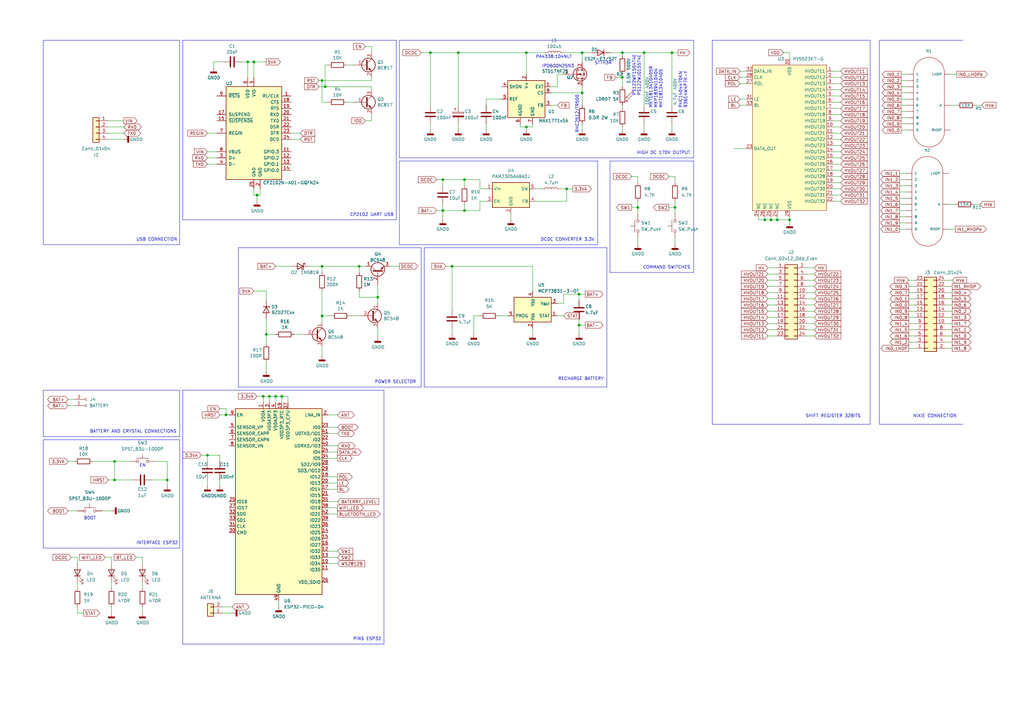
<source format=kicad_sch>
(kicad_sch (version 20230121) (generator eeschema)
  (paper "A3")
  (lib_symbols
    (symbol "Battery_Management:MCP73831-3-OT"
      (property "Reference" "U" (at -7.62 6.35 0))
      (property "Value" "MCP73831-3-OT" (at 1.27 6.35 0))
      (symbol "MCP73831-3-OT_1_1"
        (pin tri_state line (at 10.16 -2.54 180) (length 2.54) (name "STAT") (number "1"))
        (pin power_in line (at 0 -7.62 90) (length 2.54) (name "V_{SS}") (number "2"))
        (pin power_out line (at 10.16 2.54 180) (length 2.54) (name "V_{BAT}") (number "3"))
        (pin power_in line (at 0 7.62 270) (length 2.54) (name "V_{DD}") (number "4"))
        (pin input line (at -10.16 -2.54 0) (length 2.54) (name "PROG") (number "5"))
      )
    )
    (symbol "Connector_Generic:Conn_01x02" (pin_names (offset 1.016) hide)
      (property "Reference" "J" (at 0 2.54 0))
      (property "Value" "Conn_01x02" (at 0 -5.08 0))
      (symbol "Conn_01x02_1_1"
        (pin passive line (at -5.08 0 0) (length 3.81) (name "Pin_1") (number "1"))
        (pin passive line (at -5.08 -2.54 0) (length 3.81) (name "Pin_2") (number "2"))
      )
    )
    (symbol "Connector_Generic:Conn_01x04" (pin_names (offset 1.016) hide)
      (property "Reference" "J" (at 0 5.08 0))
      (property "Value" "Conn_01x04" (at 0 -7.62 0))
      (symbol "Conn_01x04_1_1"
        (pin passive line (at -5.08 2.54 0) (length 3.81) (name "Pin_1") (number "1"))
        (pin passive line (at -5.08 0 0) (length 3.81) (name "Pin_2") (number "2"))
        (pin passive line (at -5.08 -2.54 0) (length 3.81) (name "Pin_3") (number "3"))
        (pin passive line (at -5.08 -5.08 0) (length 3.81) (name "Pin_4") (number "4"))
      )
    )
    (symbol "Connector_Generic:Conn_02x12_Odd_Even" (pin_names (offset 1.016) hide)
      (property "Reference" "J" (at 1.27 15.24 0))
      (property "Value" "Conn_02x12_Odd_Even" (at 1.27 -17.78 0))
      (symbol "Conn_02x12_Odd_Even_1_1"
        (pin passive line (at -5.08 12.7 0) (length 3.81) (name "Pin_1") (number "1"))
        (pin passive line (at 7.62 2.54 180) (length 3.81) (name "Pin_10") (number "10"))
        (pin passive line (at -5.08 0 0) (length 3.81) (name "Pin_11") (number "11"))
        (pin passive line (at 7.62 0 180) (length 3.81) (name "Pin_12") (number "12"))
        (pin passive line (at -5.08 -2.54 0) (length 3.81) (name "Pin_13") (number "13"))
        (pin passive line (at 7.62 -2.54 180) (length 3.81) (name "Pin_14") (number "14"))
        (pin passive line (at -5.08 -5.08 0) (length 3.81) (name "Pin_15") (number "15"))
        (pin passive line (at 7.62 -5.08 180) (length 3.81) (name "Pin_16") (number "16"))
        (pin passive line (at -5.08 -7.62 0) (length 3.81) (name "Pin_17") (number "17"))
        (pin passive line (at 7.62 -7.62 180) (length 3.81) (name "Pin_18") (number "18"))
        (pin passive line (at -5.08 -10.16 0) (length 3.81) (name "Pin_19") (number "19"))
        (pin passive line (at 7.62 12.7 180) (length 3.81) (name "Pin_2") (number "2"))
        (pin passive line (at 7.62 -10.16 180) (length 3.81) (name "Pin_20") (number "20"))
        (pin passive line (at -5.08 -12.7 0) (length 3.81) (name "Pin_21") (number "21"))
        (pin passive line (at 7.62 -12.7 180) (length 3.81) (name "Pin_22") (number "22"))
        (pin passive line (at -5.08 -15.24 0) (length 3.81) (name "Pin_23") (number "23"))
        (pin passive line (at 7.62 -15.24 180) (length 3.81) (name "Pin_24") (number "24"))
        (pin passive line (at -5.08 10.16 0) (length 3.81) (name "Pin_3") (number "3"))
        (pin passive line (at 7.62 10.16 180) (length 3.81) (name "Pin_4") (number "4"))
        (pin passive line (at -5.08 7.62 0) (length 3.81) (name "Pin_5") (number "5"))
        (pin passive line (at 7.62 7.62 180) (length 3.81) (name "Pin_6") (number "6"))
        (pin passive line (at -5.08 5.08 0) (length 3.81) (name "Pin_7") (number "7"))
        (pin passive line (at 7.62 5.08 180) (length 3.81) (name "Pin_8") (number "8"))
        (pin passive line (at -5.08 2.54 0) (length 3.81) (name "Pin_9") (number "9"))
      )
    )
    (symbol "Device:C" (pin_numbers hide) (pin_names (offset 0.254))
      (property "Reference" "C" (at 0.635 2.54 0))
      (property "Value" "C" (at 0.635 -2.54 0))
      (symbol "C_1_1"
        (pin passive line (at 0 3.81 270) (length 2.794) (name "~") (number "1"))
        (pin passive line (at 0 -3.81 90) (length 2.794) (name "~") (number "2"))
      )
    )
    (symbol "Device:C_Polarized" (pin_numbers hide) (pin_names (offset 0.254))
      (property "Reference" "C" (at 0.635 2.54 0))
      (property "Value" "C_Polarized" (at 0.635 -2.54 0))
      (symbol "C_Polarized_1_1"
        (pin passive line (at 0 3.81 270) (length 2.794) (name "~") (number "1"))
        (pin passive line (at 0 -3.81 90) (length 2.794) (name "~") (number "2"))
      )
    )
    (symbol "Device:D" (pin_numbers hide) (pin_names (offset 1.016) hide)
      (property "Reference" "D" (at 0 2.54 0))
      (property "Value" "D" (at 0 -2.54 0))
      (symbol "D_1_1"
        (pin passive line (at -3.81 0 0) (length 2.54) (name "K") (number "1"))
        (pin passive line (at 3.81 0 180) (length 2.54) (name "A") (number "2"))
      )
    )
    (symbol "Device:L" (pin_numbers hide) (pin_names (offset 1.016) hide)
      (property "Reference" "L" (at -1.27 0 90))
      (property "Value" "L" (at 1.905 0 90))
      (symbol "L_1_1"
        (pin passive line (at 0 3.81 270) (length 1.27) (name "1") (number "1"))
        (pin passive line (at 0 -3.81 90) (length 1.27) (name "2") (number "2"))
      )
    )
    (symbol "Device:LED" (pin_numbers hide) (pin_names (offset 1.016) hide)
      (property "Reference" "D" (at 0 2.54 0))
      (property "Value" "LED" (at 0 -2.54 0))
      (symbol "LED_1_1"
        (pin passive line (at -3.81 0 0) (length 2.54) (name "K") (number "1"))
        (pin passive line (at 3.81 0 180) (length 2.54) (name "A") (number "2"))
      )
    )
    (symbol "Device:R" (pin_numbers hide) (pin_names (offset 0))
      (property "Reference" "R" (at 2.032 0 90))
      (property "Value" "R" (at 0 0 90))
      (symbol "R_1_1"
        (pin passive line (at 0 3.81 270) (length 1.27) (name "~") (number "1"))
        (pin passive line (at 0 -3.81 90) (length 1.27) (name "~") (number "2"))
      )
    )
    (symbol "Diode:1N5819" (pin_numbers hide) (pin_names (offset 1.016) hide)
      (property "Reference" "D" (at 0 2.54 0))
      (property "Value" "1N5819" (at 0 -2.54 0))
      (symbol "1N5819_1_1"
        (pin passive line (at -3.81 0 0) (length 2.54) (name "K") (number "1"))
        (pin passive line (at 3.81 0 180) (length 2.54) (name "A") (number "2"))
      )
    )
    (symbol "Diode:BZD27Cxx" (pin_numbers hide) (pin_names hide)
      (property "Reference" "D" (at 0 2.54 0))
      (property "Value" "BZD27Cxx" (at 0 -2.54 0))
      (symbol "BZD27Cxx_1_1"
        (pin passive line (at -3.81 0 0) (length 2.54) (name "K") (number "1"))
        (pin passive line (at 3.81 0 180) (length 2.54) (name "A") (number "2"))
      )
    )
    (symbol "HV5523_1"
      (property "Reference" "U3" (at 2.1941 33.02 0))
      (property "Value" "~" (at 5.08 31.75 0))
      (symbol "HV5523_1_1_1"
        (pin input line (at -17.78 27.94 0) (length 2.54) (name "HVOUT11") (number "1"))
        (pin input line (at -17.78 5.08 0) (length 2.54) (name "HVOUT20") (number "10"))
        (pin input line (at -17.78 2.54 0) (length 2.54) (name "HVOUT21") (number "11"))
        (pin input line (at -17.78 0 0) (length 2.54) (name "HVOUT22") (number "12"))
        (pin input line (at -17.78 -2.54 0) (length 2.54) (name "HVOUT23") (number "13"))
        (pin input line (at -17.78 -5.08 0) (length 2.54) (name "HVOUT24") (number "14"))
        (pin input line (at -17.78 -7.62 0) (length 2.54) (name "HVOUT25") (number "15"))
        (pin input line (at -17.78 -10.16 0) (length 2.54) (name "HVOUT26") (number "16"))
        (pin input line (at -17.78 -12.7 0) (length 2.54) (name "HVOUT27") (number "17"))
        (pin input line (at -17.78 -15.24 0) (length 2.54) (name "HVOUT28") (number "18"))
        (pin input line (at -17.78 -17.78 0) (length 2.54) (name "HVOUT29") (number "19"))
        (pin input line (at -17.78 25.4 0) (length 2.54) (name "HVOUT12") (number "2"))
        (pin input line (at -17.78 -20.32 0) (length 2.54) (name "HVOUT30") (number "20"))
        (pin input line (at -17.78 -22.86 0) (length 2.54) (name "HVOUT31") (number "21"))
        (pin input line (at -17.78 -25.4 0) (length 2.54) (name "HVOUT32") (number "22"))
        (pin output line (at 17.78 -3.81 180) (length 2.54) (name "DATA_OUT") (number "23"))
        (pin input line (at 5.08 -31.75 90) (length 2.54) (name "NC") (number "24"))
        (pin input line (at 7.62 -31.75 90) (length 2.54) (name "NC") (number "25"))
        (pin input line (at 10.16 -31.75 90) (length 2.54) (name "NC") (number "26"))
        (pin input line (at 17.78 22.86 180) (length 2.54) (name "POL") (number "27"))
        (pin input line (at 17.78 25.4 180) (length 2.54) (name "CLK") (number "28"))
        (pin output line (at 0 -31.75 90) (length 2.54) (name "VSS") (number "29"))
        (pin input line (at -17.78 22.86 0) (length 2.54) (name "HVOUT13") (number "3"))
        (pin input line (at 0 33.02 270) (length 2.54) (name "VDD") (number "30"))
        (pin input line (at 17.78 16.51 180) (length 2.54) (name "LE") (number "31"))
        (pin input line (at 17.78 27.94 180) (length 2.54) (name "DATA_IN") (number "32"))
        (pin input line (at 17.78 13.97 180) (length 2.54) (name "BL") (number "33"))
        (pin input line (at 12.7 -31.75 90) (length 2.54) (name "NC") (number "34"))
        (pin input line (at -17.78 20.32 0) (length 2.54) (name "HVOUT14") (number "4"))
        (pin input line (at -17.78 17.78 0) (length 2.54) (name "HVOUT15") (number "5"))
        (pin input line (at -17.78 15.24 0) (length 2.54) (name "HVOUT16") (number "6"))
        (pin input line (at -17.78 12.7 0) (length 2.54) (name "HVOUT17") (number "7"))
        (pin input line (at -17.78 10.16 0) (length 2.54) (name "HVOUT18") (number "8"))
        (pin input line (at -17.78 7.62 0) (length 2.54) (name "HVOUT19") (number "9"))
      )
    )
    (symbol "Projeto Relogio Pulso 2Displays-rescue:CP2102N-A01-GQFN24-Interface_USB" (pin_names (offset 1.016))
      (property "Reference" "U" (at -5.08 22.225 0))
      (property "Value" "Interface_USB_CP2102N-A01-GQFN24" (at -5.08 20.32 0))
      (symbol "CP2102N-A01-GQFN24-Interface_USB_1_1"
        (pin bidirectional line (at 15.24 15.24 180) (length 3.81) (name "RI/CLK") (number "1"))
        (pin no_connect line (at 10.16 -22.86 90) (length 3.81) hide (name "NC") (number "10"))
        (pin bidirectional line (at 15.24 -7.62 180) (length 3.81) (name "GPIO.3") (number "11"))
        (pin bidirectional line (at 15.24 -10.16 180) (length 3.81) (name "GPIO.2") (number "12"))
        (pin bidirectional line (at 15.24 -12.7 180) (length 3.81) (name "GPIO.1") (number "13"))
        (pin bidirectional line (at 15.24 -15.24 180) (length 3.81) (name "GPIO.0") (number "14"))
        (pin output line (at -15.24 5.08 0) (length 3.81) (name "~{SUSPENDb}") (number "15"))
        (pin no_connect line (at 7.62 -22.86 90) (length 3.81) hide (name "NC") (number "16"))
        (pin output line (at -15.24 7.62 0) (length 3.81) (name "SUSPEND") (number "17"))
        (pin input line (at 15.24 12.7 180) (length 3.81) (name "CTS") (number "18"))
        (pin output line (at 15.24 10.16 180) (length 3.81) (name "RTS") (number "19"))
        (pin power_in line (at 2.54 -22.86 90) (length 3.81) (name "GND") (number "2"))
        (pin input line (at 15.24 7.62 180) (length 3.81) (name "RXD") (number "20"))
        (pin output line (at 15.24 5.08 180) (length 3.81) (name "TXD") (number "21"))
        (pin input line (at 15.24 2.54 180) (length 3.81) (name "DSR") (number "22"))
        (pin output line (at 15.24 0 180) (length 3.81) (name "DTR") (number "23"))
        (pin input line (at 15.24 -2.54 180) (length 3.81) (name "DCD") (number "24"))
        (pin power_in line (at 0 -22.86 90) (length 3.81) (name "GND") (number "25"))
        (pin bidirectional line (at -15.24 -10.16 0) (length 3.81) (name "D+") (number "3"))
        (pin bidirectional line (at -15.24 -12.7 0) (length 3.81) (name "D-") (number "4"))
        (pin power_in line (at 0 22.86 270) (length 3.81) (name "VIO") (number "5"))
        (pin power_in line (at -2.54 22.86 270) (length 3.81) (name "VDD") (number "6"))
        (pin power_in line (at -15.24 0 0) (length 3.81) (name "REGIN") (number "7"))
        (pin input line (at -15.24 -7.62 0) (length 3.81) (name "VBUS") (number "8"))
        (pin input line (at -15.24 15.24 0) (length 3.81) (name "~{RSTb}") (number "9"))
      )
    )
    (symbol "Projeto Relogio Pulso 2Displays-rescue:Conn_01x02_Female-Connector" (pin_names (offset 1.016) hide)
      (property "Reference" "J" (at 0 2.54 0))
      (property "Value" "Connector_Conn_01x02_Female" (at 0 -5.08 0))
      (symbol "Conn_01x02_Female-Connector_1_1"
        (pin passive line (at -5.08 0 0) (length 3.81) (name "Pin_1") (number "1"))
        (pin passive line (at -5.08 -2.54 0) (length 3.81) (name "Pin_2") (number "2"))
      )
    )
    (symbol "RF_Module:ESP32-PICO-D4"
      (property "Reference" "U8" (at 2.1941 -40.64 0))
      (property "Value" "ESP32-PICO-D4" (at 2.1941 -43.18 0))
      (symbol "ESP32-PICO-D4_0_0"
        (pin power_in line (at -6.35 40.64 270) (length 2.54) (name "VDDA") (number "1"))
        (pin input line (at 20.32 -25.4 180) (length 2.54) (name "IO34") (number "10"))
        (pin input line (at 20.32 -27.94 180) (length 2.54) (name "IO35") (number "11"))
        (pin bidirectional line (at 20.32 -20.32 180) (length 2.54) (name "IO32") (number "12"))
        (pin bidirectional line (at 20.32 -22.86 180) (length 2.54) (name "IO33") (number "13"))
        (pin bidirectional line (at 20.32 -12.7 180) (length 2.54) (name "IO25") (number "14"))
        (pin bidirectional line (at 20.32 -15.24 180) (length 2.54) (name "IO26") (number "15"))
        (pin bidirectional line (at 20.32 -17.78 180) (length 2.54) (name "IO27") (number "16"))
        (pin bidirectional line (at 20.32 5.08 180) (length 2.54) (name "IO14") (number "17"))
        (pin bidirectional line (at 20.32 10.16 180) (length 2.54) (name "IO12") (number "18"))
        (pin power_in line (at 1.27 40.64 270) (length 2.54) (name "VDD3P3_RTC") (number "19"))
        (pin bidirectional line (at 20.32 35.56 180) (length 2.54) (name "LNA_IN") (number "2"))
        (pin bidirectional line (at 20.32 7.62 180) (length 2.54) (name "IO13") (number "20"))
        (pin bidirectional line (at 20.32 2.54 180) (length 2.54) (name "IO15") (number "21"))
        (pin bidirectional line (at 20.32 25.4 180) (length 2.54) (name "IO2") (number "22"))
        (pin bidirectional line (at 20.32 30.48 180) (length 2.54) (name "IO0") (number "23"))
        (pin bidirectional line (at 20.32 20.32 180) (length 2.54) (name "IO4") (number "24"))
        (pin bidirectional line (at -20.32 0 0) (length 2.54) (name "IO16") (number "25"))
        (pin power_out line (at 20.32 -33.02 180) (length 2.54) (name "VDD_SDIO") (number "26"))
        (pin bidirectional line (at -20.32 -2.54 0) (length 2.54) (name "IO17") (number "27"))
        (pin bidirectional line (at 20.32 15.24 180) (length 2.54) (name "SD2/IO9") (number "28"))
        (pin bidirectional line (at 20.32 12.7 180) (length 2.54) (name "SD3/IO10") (number "29"))
        (pin power_in line (at -3.81 40.64 270) (length 2.54) (name "VDDA3P3") (number "3"))
        (pin bidirectional line (at -20.32 -12.7 0) (length 2.54) (name "CMD") (number "30"))
        (pin bidirectional line (at -20.32 -10.16 0) (length 2.54) (name "CLK") (number "31"))
        (pin bidirectional line (at -20.32 -5.08 0) (length 2.54) (name "SD0") (number "32"))
        (pin bidirectional line (at -20.32 -7.62 0) (length 2.54) (name "SD1") (number "33"))
        (pin bidirectional line (at 20.32 17.78 180) (length 2.54) (name "IO5") (number "34"))
        (pin bidirectional line (at 20.32 0 180) (length 2.54) (name "IO18") (number "35"))
        (pin bidirectional line (at 20.32 -10.16 180) (length 2.54) (name "IO23") (number "36"))
        (pin power_in line (at 3.81 40.64 270) (length 2.54) (name "VDD3P3_CPU") (number "37"))
        (pin bidirectional line (at 20.32 -2.54 180) (length 2.54) (name "IO19") (number "38"))
        (pin bidirectional line (at 20.32 -7.62 180) (length 2.54) (name "IO22") (number "39"))
        (pin bidirectional line (at 20.32 22.86 180) (length 2.54) (name "U0RXD/IO3") (number "40"))
        (pin bidirectional line (at 20.32 27.94 180) (length 2.54) (name "U0TXD/IO1") (number "41"))
        (pin bidirectional line (at 20.32 -5.08 180) (length 2.54) (name "IO21") (number "42"))
        (pin passive line (at 6.35 40.64 270) (length 2.54) hide (name "VDDA") (number "43"))
        (pin no_connect line (at -17.78 -25.4 0) (length 2.54) hide (name "XTAL_N_NC") (number "44"))
        (pin no_connect line (at -17.78 -27.94 0) (length 2.54) hide (name "XTAL_P_NC") (number "45"))
        (pin passive line (at 8.89 40.64 270) (length 2.54) hide (name "VDDA") (number "46"))
        (pin no_connect line (at -17.78 -30.48 0) (length 2.54) hide (name "CAP2_NC") (number "47"))
        (pin no_connect line (at -17.78 -33.02 0) (length 2.54) hide (name "CAP1_NC") (number "48"))
        (pin power_in line (at 0 -40.64 90) (length 2.54) (name "GND") (number "49"))
        (pin input line (at -20.32 30.48 0) (length 2.54) (name "SENSOR_VP") (number "5"))
        (pin input line (at -20.32 27.94 0) (length 2.54) (name "SENSOR_CAPP") (number "6"))
        (pin input line (at -20.32 25.4 0) (length 2.54) (name "SENSOR_CAPN") (number "7"))
        (pin input line (at -20.32 22.86 0) (length 2.54) (name "SENSOR_VN") (number "8"))
        (pin input line (at -20.32 35.56 0) (length 2.54) (name "EN") (number "9"))
      )
      (symbol "ESP32-PICO-D4_1_0"
        (pin passive line (at -1.27 40.64 270) (length 2.54) (name "VDDA3P3") (number "4"))
      )
    )
    (symbol "Regulator_Switching:MAX1771xSA"
      (property "Reference" "U" (at -3.81 10.16 0))
      (property "Value" "MAX1771xSA" (at 6.35 10.16 0))
      (symbol "MAX1771xSA_1_1"
        (pin output line (at 10.16 5.08 180) (length 2.54) (name "EXT") (number "1"))
        (pin power_in line (at 0 10.16 270) (length 2.54) (name "V+") (number "2"))
        (pin input line (at 10.16 -2.54 180) (length 2.54) (name "FB") (number "3"))
        (pin input line (at -10.16 5.08 0) (length 2.54) (name "SHDN") (number "4"))
        (pin passive line (at -10.16 0 0) (length 2.54) (name "REF") (number "5"))
        (pin power_in line (at -2.54 -10.16 90) (length 2.54) (name "AGND") (number "6"))
        (pin power_in line (at 2.54 -10.16 90) (length 2.54) (name "GND") (number "7"))
        (pin input line (at 10.16 2.54 180) (length 2.54) (name "CS") (number "8"))
      )
    )
    (symbol "Regulator_Switching:PAM2305AABADJ"
      (property "Reference" "U" (at -7.62 6.35 0))
      (property "Value" "PAM2305AABADJ" (at -2.54 6.35 0))
      (symbol "PAM2305AABADJ_1_1"
        (pin power_in line (at -10.16 2.54 0) (length 2.54) (name "Vin") (number "1"))
        (pin power_in line (at 0 -7.62 90) (length 2.54) (name "GND") (number "2"))
        (pin input line (at -10.16 -2.54 0) (length 2.54) (name "EN") (number "3"))
        (pin input line (at 10.16 -2.54 180) (length 2.54) (name "FB") (number "4"))
        (pin output line (at 10.16 2.54 180) (length 2.54) (name "SW") (number "5"))
      )
    )
    (symbol "Sensor_Optical:LDR07" (pin_numbers hide) (pin_names (offset 0))
      (property "Reference" "R" (at -5.08 0 90))
      (property "Value" "LDR07" (at 1.905 0 90))
      (symbol "LDR07_1_1"
        (pin passive line (at 0 3.81 270) (length 1.27) (name "~") (number "1"))
        (pin passive line (at 0 -3.81 90) (length 1.27) (name "~") (number "2"))
      )
    )
    (symbol "Switch:SW_MEC_5G" (pin_numbers hide) (pin_names (offset 1.016) hide)
      (property "Reference" "SW" (at 1.27 2.54 0))
      (property "Value" "SW_MEC_5G" (at 0 -1.524 0))
      (symbol "SW_MEC_5G_0_1"
        (pin passive line (at -5.08 0 0) (length 2.54) (name "A") (number "1"))
        (pin passive line (at 5.08 0 180) (length 2.54) (name "B") (number "3"))
      )
      (symbol "SW_MEC_5G_1_1"
        (pin passive line (at -5.08 0 0) (length 2.54) hide (name "A") (number "2"))
        (pin passive line (at 5.08 0 180) (length 2.54) hide (name "B") (number "4"))
      )
    )
    (symbol "Switch:SW_Push" (pin_numbers hide) (pin_names (offset 1.016) hide)
      (property "Reference" "SW" (at 1.27 2.54 0))
      (property "Value" "SW_Push" (at 0 -1.524 0))
      (symbol "SW_Push_0_1"
        (pin passive line (at -5.08 0 0) (length 2.54) (name "1") (number "1"))
        (pin passive line (at 5.08 0 180) (length 2.54) (name "2") (number "2"))
      )
    )
    (symbol "Transistor_BJT:BC548" (pin_names (offset 0) hide)
      (property "Reference" "Q" (at 5.08 1.905 0))
      (property "Value" "BC548" (at 5.08 0 0))
      (symbol "BC548_1_1"
        (pin passive line (at 2.54 5.08 270) (length 2.54) (name "C") (number "1"))
        (pin input line (at -5.08 0 0) (length 5.08) (name "B") (number "2"))
        (pin passive line (at 2.54 -5.08 90) (length 2.54) (name "E") (number "3"))
      )
    )
    (symbol "Transistor_BJT:BC817" (pin_names (offset 0) hide)
      (property "Reference" "Q" (at 5.08 1.905 0))
      (property "Value" "BC817" (at 5.08 0 0))
      (symbol "BC817_1_1"
        (pin input line (at -5.08 0 0) (length 5.715) (name "B") (number "1"))
        (pin passive line (at 2.54 -5.08 90) (length 2.54) (name "E") (number "2"))
        (pin passive line (at 2.54 5.08 270) (length 2.54) (name "C") (number "3"))
      )
    )
    (symbol "Transistor_FET:STD7NK40Z" (pin_names hide)
      (property "Reference" "Q" (at 5.08 1.905 0))
      (property "Value" "STD7NK40Z" (at 5.08 0 0))
      (symbol "STD7NK40Z_1_1"
        (pin passive line (at -5.08 0 0) (length 2.54) (name "G") (number "1"))
        (pin passive line (at 2.54 5.08 270) (length 2.54) (name "D") (number "2"))
        (pin passive line (at 2.54 -5.08 90) (length 2.54) (name "S") (number "3"))
      )
    )
    (symbol "nixies-us:IN-16" (pin_numbers hide) (pin_names (offset 1.016))
      (property "Reference" "N" (at -3.175 20.955 0))
      (symbol "IN-16_1_1"
        (pin bidirectional line (at -7.62 -10.16 0) (length 2.54) (name "0") (number "0"))
        (pin bidirectional line (at -7.62 12.7 0) (length 2.54) (name "1") (number "1"))
        (pin bidirectional line (at -7.62 10.16 0) (length 2.54) (name "2") (number "2"))
        (pin bidirectional line (at -7.62 7.62 0) (length 2.54) (name "3") (number "3"))
        (pin bidirectional line (at -7.62 5.08 0) (length 2.54) (name "4") (number "4"))
        (pin bidirectional line (at -7.62 2.54 0) (length 2.54) (name "5") (number "5"))
        (pin bidirectional line (at -7.62 0 0) (length 2.54) (name "6") (number "6"))
        (pin bidirectional line (at -7.62 -2.54 0) (length 2.54) (name "7") (number "7"))
        (pin bidirectional line (at -7.62 -5.08 0) (length 2.54) (name "8") (number "8"))
        (pin bidirectional line (at -7.62 -7.62 0) (length 2.54) (name "9") (number "9"))
        (pin bidirectional line (at 10.16 0 180) (length 2.54) (name "A") (number "A"))
        (pin bidirectional line (at 10.16 12.7 180) (length 2.54) (name "LHDP") (number "LHDP"))
        (pin bidirectional line (at 10.16 -10.16 180) (length 2.54) (name "RHDP") (number "RHDP"))
      )
    )
    (symbol "power:GNDD" (power) (pin_names (offset 0))
      (property "Value" "GNDD" (at 0 -3.175 0))
      (symbol "GNDD_1_1"
        (pin power_in line (at 0 0 270) (length 0) hide (name "GNDD") (number "1"))
      )
    )
  )
  (junction (at 276.86 85.09))
  (junction (at 154.94 121.92))
  (junction (at 313.69 90.17))
  (junction (at 113.03 162.56))
  (junction (at 275.59 21.59))
  (junction (at 261.62 85.09))
  (junction (at 318.77 90.17))
  (junction (at 238.76 21.59))
  (junction (at 190.5 73.66))
  (junction (at 85.09 186.69))
  (junction (at 264.16 21.59))
  (junction (at 105.41 80.01))
  (junction (at 104.14 25.4))
  (junction (at 115.57 162.56))
  (junction (at 132.08 109.22))
  (junction (at 185.42 109.22))
  (junction (at 101.6 25.4))
  (junction (at 176.53 21.59))
  (junction (at 255.27 31.75))
  (junction (at 147.32 109.22))
  (junction (at 215.9 52.07))
  (junction (at 255.27 21.59))
  (junction (at 232.41 77.47))
  (junction (at 187.96 21.59))
  (junction (at 323.85 90.17))
  (junction (at 237.49 133.35))
  (junction (at 109.22 137.16))
  (junction (at 133.35 35.56))
  (junction (at 316.23 90.17))
  (junction (at 46.99 189.23))
  (junction (at 68.58 196.85))
  (junction (at 190.5 86.36))
  (junction (at 110.49 162.56))
  (junction (at 238.76 38.1))
  (junction (at 237.49 120.65))
  (junction (at 181.61 73.66))
  (junction (at 92.71 170.18))
  (junction (at 132.08 129.54))
  (junction (at 181.61 86.36))
  (junction (at 215.9 21.59))
  (junction (at 46.99 196.85))
  (junction (at 132.08 33.02))
  (junction (at 107.95 162.56))
  (wire (pts (xy 276.86 72.39) (xy 274.32 72.39)))
  (wire (pts (xy 318.135 120.015) (xy 314.96 120.015)))
  (wire (pts (xy 92.71 167.64) (xy 92.71 170.18)))
  (polyline (pts (xy 284.48 111.76) (xy 284.48 66.04)))
  (wire (pts (xy 330.835 125.095) (xy 334.01 125.095)))
  (wire (pts (xy 109.22 119.38) (xy 104.14 119.38)))
  (wire (pts (xy 316.23 90.17) (xy 313.69 90.17)))
  (wire (pts (xy 147.32 121.92) (xy 154.94 121.92)))
  (wire (pts (xy 134.62 195.58) (xy 138.43 195.58)))
  (wire (pts (xy 46.99 189.23) (xy 53.34 189.23)))
  (wire (pts (xy 118.11 162.56) (xy 115.57 162.56)))
  (wire (pts (xy 152.4 19.05) (xy 152.4 21.59)))
  (wire (pts (xy 134.62 228.6) (xy 138.43 228.6)))
  (wire (pts (xy 119.38 57.15) (xy 123.19 57.15)))
  (wire (pts (xy 138.43 175.26) (xy 134.62 175.26)))
  (wire (pts (xy 255.27 31.75) (xy 255.27 35.56)))
  (wire (pts (xy 387.985 137.795) (xy 390.525 137.795)))
  (wire (pts (xy 134.62 200.66) (xy 138.43 200.66)))
  (wire (pts (xy 232.41 77.47) (xy 234.95 77.47)))
  (wire (pts (xy 238.76 50.8) (xy 238.76 53.34)))
  (wire (pts (xy 113.03 109.22) (xy 119.38 109.22)))
  (wire (pts (xy 205.74 40.64) (xy 199.39 40.64)))
  (wire (pts (xy 90.17 186.69) (xy 90.17 189.23)))
  (wire (pts (xy 387.985 132.715) (xy 390.525 132.715)))
  (wire (pts (xy 106.68 77.47) (xy 106.68 80.01)))
  (wire (pts (xy 187.96 50.8) (xy 187.96 53.34)))
  (wire (pts (xy 132.08 146.05) (xy 132.08 142.24)))
  (wire (pts (xy 318.135 130.175) (xy 314.96 130.175)))
  (wire (pts (xy 237.49 120.65) (xy 237.49 123.19)))
  (wire (pts (xy 113.03 162.56) (xy 115.57 162.56)))
  (wire (pts (xy 255.27 31.75) (xy 255.27 30.48)))
  (wire (pts (xy 105.41 162.56) (xy 107.95 162.56)))
  (wire (pts (xy 341.63 67.31) (xy 344.805 67.31)))
  (wire (pts (xy 252.73 31.75) (xy 255.27 31.75)))
  (wire (pts (xy 261.62 85.09) (xy 259.08 85.09)))
  (wire (pts (xy 341.63 31.75) (xy 344.805 31.75)))
  (wire (pts (xy 43.18 228.6) (xy 45.72 228.6)))
  (wire (pts (xy 135.89 129.54) (xy 132.08 129.54)))
  (wire (pts (xy 330.835 137.795) (xy 334.01 137.795)))
  (wire (pts (xy 44.45 49.53) (xy 50.8 49.53)))
  (wire (pts (xy 387.985 127.635) (xy 390.525 127.635)))
  (wire (pts (xy 261.62 82.55) (xy 261.62 85.09)))
  (polyline (pts (xy 97.79 158.75) (xy 172.72 158.75)))
  (wire (pts (xy 237.49 133.35) (xy 237.49 137.16)))
  (wire (pts (xy 330.835 114.935) (xy 334.01 114.935)))
  (wire (pts (xy 306.07 34.29) (xy 303.53 34.29)))
  (wire (pts (xy 330.835 130.175) (xy 334.01 130.175)))
  (wire (pts (xy 181.61 73.66) (xy 190.5 73.66)))
  (wire (pts (xy 387.985 120.015) (xy 390.525 120.015)))
  (wire (pts (xy 261.62 72.39) (xy 259.08 72.39)))
  (polyline (pts (xy 163.83 16.51) (xy 163.83 64.77)))
  (wire (pts (xy 371.475 78.74) (xy 368.935 78.74)))
  (wire (pts (xy 313.69 90.17) (xy 311.15 90.17)))
  (wire (pts (xy 255.27 52.07) (xy 255.27 53.34)))
  (polyline (pts (xy 163.83 16.51) (xy 284.48 16.51)))
  (wire (pts (xy 371.475 76.2) (xy 368.935 76.2)))
  (wire (pts (xy 132.08 109.22) (xy 147.32 109.22)))
  (wire (pts (xy 90.17 167.64) (xy 92.71 167.64)))
  (wire (pts (xy 58.42 248.92) (xy 58.42 251.46)))
  (polyline (pts (xy 292.1 16.51) (xy 356.87 16.51)))
  (wire (pts (xy 318.77 90.17) (xy 316.23 90.17)))
  (wire (pts (xy 152.4 35.56) (xy 152.4 36.83)))
  (wire (pts (xy 109.22 152.4) (xy 109.22 148.59)))
  (wire (pts (xy 143.51 129.54) (xy 147.32 129.54)))
  (wire (pts (xy 341.63 54.61) (xy 344.805 54.61)))
  (wire (pts (xy 87.63 27.94) (xy 87.63 25.4)))
  (wire (pts (xy 341.63 62.23) (xy 344.805 62.23)))
  (wire (pts (xy 31.75 248.92) (xy 31.75 251.46)))
  (wire (pts (xy 318.135 114.935) (xy 314.96 114.935)))
  (wire (pts (xy 218.44 109.22) (xy 218.44 119.38)))
  (wire (pts (xy 46.99 189.23) (xy 46.99 196.85)))
  (wire (pts (xy 401.955 83.82) (xy 399.415 83.82)))
  (polyline (pts (xy 157.48 264.16) (xy 148.59 264.16)))
  (wire (pts (xy 44.45 57.15) (xy 50.8 57.15)))
  (wire (pts (xy 187.96 21.59) (xy 176.53 21.59)))
  (wire (pts (xy 276.86 72.39) (xy 276.86 74.93)))
  (wire (pts (xy 85.09 62.23) (xy 88.9 62.23)))
  (wire (pts (xy 181.61 73.66) (xy 179.07 73.66)))
  (polyline (pts (xy 74.93 16.51) (xy 162.56 16.51)))
  (wire (pts (xy 226.06 35.56) (xy 228.6 35.56)))
  (wire (pts (xy 107.95 162.56) (xy 107.95 165.1)))
  (wire (pts (xy 306.07 43.18) (xy 303.53 43.18)))
  (wire (pts (xy 92.71 170.18) (xy 93.98 170.18)))
  (wire (pts (xy 341.63 49.53) (xy 344.805 49.53)))
  (wire (pts (xy 45.72 238.76) (xy 45.72 241.3)))
  (wire (pts (xy 330.835 132.715) (xy 334.01 132.715)))
  (wire (pts (xy 45.72 209.55) (xy 41.91 209.55)))
  (polyline (pts (xy 17.78 160.02) (xy 73.66 160.02)))
  (wire (pts (xy 375.285 117.475) (xy 372.745 117.475)))
  (wire (pts (xy 341.63 80.01) (xy 344.805 80.01)))
  (polyline (pts (xy 73.66 16.51) (xy 17.78 16.51)))
  (wire (pts (xy 341.63 82.55) (xy 344.805 82.55)))
  (wire (pts (xy 275.59 21.59) (xy 275.59 43.18)))
  (wire (pts (xy 109.22 119.38) (xy 109.22 123.19)))
  (wire (pts (xy 387.985 125.095) (xy 390.525 125.095)))
  (wire (pts (xy 134.62 231.14) (xy 138.43 231.14)))
  (wire (pts (xy 372.11 40.64) (xy 369.57 40.64)))
  (wire (pts (xy 176.53 21.59) (xy 176.53 43.18)))
  (polyline (pts (xy 17.78 179.07) (xy 73.66 179.07)))
  (wire (pts (xy 138.43 182.88) (xy 134.62 182.88)))
  (wire (pts (xy 31.75 238.76) (xy 31.75 241.3)))
  (wire (pts (xy 311.15 90.17) (xy 311.15 88.9)))
  (wire (pts (xy 218.44 52.07) (xy 215.9 52.07)))
  (wire (pts (xy 104.14 25.4) (xy 109.22 25.4)))
  (wire (pts (xy 134.62 187.96) (xy 138.43 187.96)))
  (wire (pts (xy 372.11 48.26) (xy 369.57 48.26)))
  (wire (pts (xy 142.24 26.67) (xy 144.78 26.67)))
  (wire (pts (xy 228.6 30.48) (xy 231.14 30.48)))
  (wire (pts (xy 196.85 77.47) (xy 199.39 77.47)))
  (wire (pts (xy 181.61 83.82) (xy 181.61 86.36)))
  (polyline (pts (xy 250.19 66.04) (xy 250.19 111.76)))
  (wire (pts (xy 219.71 77.47) (xy 222.25 77.47)))
  (wire (pts (xy 58.42 238.76) (xy 58.42 241.3)))
  (wire (pts (xy 341.63 36.83) (xy 344.805 36.83)))
  (wire (pts (xy 231.14 124.46) (xy 231.14 120.65)))
  (wire (pts (xy 318.135 112.395) (xy 314.96 112.395)))
  (wire (pts (xy 318.135 132.715) (xy 314.96 132.715)))
  (polyline (pts (xy 356.87 173.99) (xy 356.87 16.51)))
  (wire (pts (xy 185.42 109.22) (xy 185.42 127)))
  (polyline (pts (xy 360.68 173.99) (xy 394.97 173.99)))
  (wire (pts (xy 371.475 93.98) (xy 368.935 93.98)))
  (wire (pts (xy 375.285 122.555) (xy 372.745 122.555)))
  (wire (pts (xy 110.49 162.56) (xy 110.49 165.1)))
  (wire (pts (xy 232.41 77.47) (xy 229.87 77.47)))
  (wire (pts (xy 375.285 140.335) (xy 372.745 140.335)))
  (wire (pts (xy 375.285 132.715) (xy 372.745 132.715)))
  (polyline (pts (xy 250.19 111.76) (xy 284.48 111.76)))
  (polyline (pts (xy 172.72 101.6) (xy 172.72 158.75)))
  (wire (pts (xy 104.14 80.01) (xy 104.14 77.47)))
  (wire (pts (xy 387.985 140.335) (xy 390.525 140.335)))
  (wire (pts (xy 63.5 189.23) (xy 68.58 189.23)))
  (polyline (pts (xy 163.83 64.77) (xy 284.48 64.77)))
  (wire (pts (xy 95.25 248.92) (xy 91.44 248.92)))
  (wire (pts (xy 237.49 120.65) (xy 240.03 120.65)))
  (wire (pts (xy 313.69 88.9) (xy 313.69 90.17)))
  (wire (pts (xy 375.285 142.875) (xy 372.745 142.875)))
  (wire (pts (xy 264.16 21.59) (xy 275.59 21.59)))
  (wire (pts (xy 300.99 60.96) (xy 306.07 60.96)))
  (wire (pts (xy 196.85 73.66) (xy 196.85 77.47)))
  (wire (pts (xy 330.835 117.475) (xy 334.01 117.475)))
  (wire (pts (xy 341.63 74.93) (xy 344.805 74.93)))
  (polyline (pts (xy 74.93 160.02) (xy 74.93 264.16)))
  (wire (pts (xy 238.76 38.1) (xy 238.76 43.18)))
  (wire (pts (xy 85.09 54.61) (xy 88.9 54.61)))
  (polyline (pts (xy 163.83 66.04) (xy 245.11 66.04)))
  (polyline (pts (xy 245.11 100.33) (xy 245.11 66.04)))
  (wire (pts (xy 372.11 50.8) (xy 369.57 50.8)))
  (polyline (pts (xy 17.78 224.79) (xy 17.78 180.34)))
  (wire (pts (xy 318.135 137.795) (xy 314.96 137.795)))
  (wire (pts (xy 132.08 132.08) (xy 132.08 129.54)))
  (wire (pts (xy 132.08 33.02) (xy 132.08 41.91)))
  (polyline (pts (xy 74.93 90.17) (xy 74.93 16.51)))
  (wire (pts (xy 134.62 205.74) (xy 138.43 205.74)))
  (wire (pts (xy 372.11 53.34) (xy 369.57 53.34)))
  (wire (pts (xy 154.94 138.43) (xy 154.94 134.62)))
  (wire (pts (xy 132.08 41.91) (xy 134.62 41.91)))
  (wire (pts (xy 275.59 50.8) (xy 275.59 53.34)))
  (wire (pts (xy 115.57 162.56) (xy 115.57 165.1)))
  (wire (pts (xy 402.59 43.18) (xy 400.05 43.18)))
  (wire (pts (xy 138.43 208.28) (xy 134.62 208.28)))
  (wire (pts (xy 276.86 85.09) (xy 274.32 85.09)))
  (wire (pts (xy 58.42 228.6) (xy 58.42 231.14)))
  (wire (pts (xy 387.985 117.475) (xy 390.525 117.475)))
  (wire (pts (xy 318.77 88.9) (xy 318.77 90.17)))
  (wire (pts (xy 185.42 109.22) (xy 218.44 109.22)))
  (wire (pts (xy 226.06 43.18) (xy 228.6 43.18)))
  (wire (pts (xy 341.63 44.45) (xy 344.805 44.45)))
  (wire (pts (xy 341.63 69.85) (xy 344.805 69.85)))
  (wire (pts (xy 134.62 185.42) (xy 138.43 185.42)))
  (wire (pts (xy 387.985 135.255) (xy 390.525 135.255)))
  (wire (pts (xy 228.6 35.56) (xy 228.6 30.48)))
  (wire (pts (xy 255.27 21.59) (xy 255.27 22.86)))
  (wire (pts (xy 90.17 196.85) (xy 90.17 199.39)))
  (wire (pts (xy 261.62 72.39) (xy 261.62 74.93)))
  (polyline (pts (xy 163.83 66.04) (xy 163.83 100.33)))
  (wire (pts (xy 114.3 246.38) (xy 114.3 248.92)))
  (wire (pts (xy 341.63 39.37) (xy 344.805 39.37)))
  (wire (pts (xy 107.95 162.56) (xy 110.49 162.56)))
  (wire (pts (xy 176.53 50.8) (xy 176.53 53.34)))
  (wire (pts (xy 204.47 129.54) (xy 208.28 129.54)))
  (wire (pts (xy 238.76 35.56) (xy 238.76 38.1)))
  (wire (pts (xy 154.94 124.46) (xy 154.94 121.92)))
  (wire (pts (xy 387.985 130.175) (xy 390.525 130.175)))
  (wire (pts (xy 341.63 52.07) (xy 344.805 52.07)))
  (wire (pts (xy 237.49 133.35) (xy 240.03 133.35)))
  (wire (pts (xy 31.75 228.6) (xy 29.21 228.6)))
  (wire (pts (xy 194.31 129.54) (xy 194.31 137.16)))
  (wire (pts (xy 85.09 186.69) (xy 90.17 186.69)))
  (wire (pts (xy 85.09 196.85) (xy 85.09 199.39)))
  (wire (pts (xy 172.72 21.59) (xy 176.53 21.59)))
  (wire (pts (xy 330.835 109.855) (xy 334.01 109.855)))
  (wire (pts (xy 330.835 120.015) (xy 334.01 120.015)))
  (wire (pts (xy 371.475 91.44) (xy 368.935 91.44)))
  (wire (pts (xy 187.96 21.59) (xy 187.96 43.18)))
  (wire (pts (xy 264.16 50.8) (xy 264.16 53.34)))
  (wire (pts (xy 323.85 21.59) (xy 321.31 21.59)))
  (wire (pts (xy 316.23 88.9) (xy 316.23 90.17)))
  (wire (pts (xy 181.61 86.36) (xy 190.5 86.36)))
  (wire (pts (xy 218.44 134.62) (xy 218.44 137.16)))
  (wire (pts (xy 375.285 127.635) (xy 372.745 127.635)))
  (wire (pts (xy 264.16 21.59) (xy 264.16 43.18)))
  (polyline (pts (xy 17.78 179.07) (xy 17.78 160.02)))
  (polyline (pts (xy 360.68 16.51) (xy 360.68 173.99)))
  (wire (pts (xy 152.4 49.53) (xy 152.4 46.99)))
  (wire (pts (xy 238.76 21.59) (xy 242.57 21.59)))
  (polyline (pts (xy 73.66 180.34) (xy 17.78 180.34)))
  (wire (pts (xy 199.39 82.55) (xy 196.85 82.55)))
  (wire (pts (xy 31.75 228.6) (xy 31.75 231.14)))
  (wire (pts (xy 120.65 137.16) (xy 124.46 137.16)))
  (wire (pts (xy 323.85 90.17) (xy 318.77 90.17)))
  (wire (pts (xy 181.61 86.36) (xy 179.07 86.36)))
  (wire (pts (xy 138.43 210.82) (xy 134.62 210.82)))
  (wire (pts (xy 196.85 82.55) (xy 196.85 86.36)))
  (wire (pts (xy 44.45 52.07) (xy 50.8 52.07)))
  (wire (pts (xy 306.07 40.64) (xy 303.53 40.64)))
  (wire (pts (xy 134.62 226.06) (xy 138.43 226.06)))
  (wire (pts (xy 341.63 41.91) (xy 344.805 41.91)))
  (polyline (pts (xy 292.1 16.51) (xy 292.1 173.99)))
  (wire (pts (xy 215.9 21.59) (xy 223.52 21.59)))
  (wire (pts (xy 318.135 122.555) (xy 314.96 122.555)))
  (wire (pts (xy 190.5 73.66) (xy 196.85 73.66)))
  (wire (pts (xy 389.255 83.82) (xy 391.795 83.82)))
  (wire (pts (xy 132.08 33.02) (xy 152.4 33.02)))
  (wire (pts (xy 147.32 119.38) (xy 147.32 121.92)))
  (wire (pts (xy 372.11 38.1) (xy 369.57 38.1)))
  (wire (pts (xy 375.285 137.795) (xy 372.745 137.795)))
  (wire (pts (xy 85.09 67.31) (xy 88.9 67.31)))
  (wire (pts (xy 375.285 120.015) (xy 372.745 120.015)))
  (wire (pts (xy 276.86 85.09) (xy 276.86 87.63)))
  (wire (pts (xy 232.41 82.55) (xy 232.41 77.47)))
  (wire (pts (xy 323.85 21.59) (xy 323.85 24.13)))
  (wire (pts (xy 149.86 19.05) (xy 152.4 19.05)))
  (wire (pts (xy 134.62 198.12) (xy 138.43 198.12)))
  (polyline (pts (xy 162.56 90.17) (xy 74.93 90.17)))
  (wire (pts (xy 372.11 35.56) (xy 369.57 35.56)))
  (wire (pts (xy 371.475 71.12) (xy 368.935 71.12)))
  (wire (pts (xy 147.32 109.22) (xy 149.86 109.22)))
  (polyline (pts (xy 148.59 160.02) (xy 74.93 160.02)))
  (wire (pts (xy 30.48 166.37) (xy 27.94 166.37)))
  (wire (pts (xy 255.27 43.18) (xy 255.27 44.45)))
  (polyline (pts (xy 173.99 101.6) (xy 173.99 158.75)))
  (wire (pts (xy 134.62 26.67) (xy 133.35 26.67)))
  (wire (pts (xy 130.81 33.02) (xy 132.08 33.02)))
  (wire (pts (xy 85.09 64.77) (xy 88.9 64.77)))
  (wire (pts (xy 45.72 228.6) (xy 45.72 231.14)))
  (wire (pts (xy 306.07 29.21) (xy 303.53 29.21)))
  (wire (pts (xy 95.25 251.46) (xy 91.44 251.46)))
  (wire (pts (xy 306.07 31.75) (xy 303.53 31.75)))
  (wire (pts (xy 341.63 72.39) (xy 344.805 72.39)))
  (wire (pts (xy 85.09 186.69) (xy 85.09 189.23)))
  (wire (pts (xy 46.99 196.85) (xy 54.61 196.85)))
  (wire (pts (xy 104.14 31.75) (xy 104.14 25.4)))
  (wire (pts (xy 375.285 130.175) (xy 372.745 130.175)))
  (wire (pts (xy 106.68 80.01) (xy 105.41 80.01)))
  (polyline (pts (xy 97.79 101.6) (xy 97.79 158.75)))
  (wire (pts (xy 318.135 117.475) (xy 314.96 117.475)))
  (wire (pts (xy 375.285 135.255) (xy 372.745 135.255)))
  (wire (pts (xy 182.88 109.22) (xy 185.42 109.22)))
  (wire (pts (xy 389.89 30.48) (xy 392.43 30.48)))
  (wire (pts (xy 341.63 46.99) (xy 344.805 46.99)))
  (wire (pts (xy 389.255 93.98) (xy 391.795 93.98)))
  (wire (pts (xy 213.36 50.8) (xy 213.36 52.07)))
  (polyline (pts (xy 73.66 224.79) (xy 17.78 224.79)))
  (wire (pts (xy 194.31 129.54) (xy 196.85 129.54)))
  (wire (pts (xy 238.76 21.59) (xy 238.76 25.4)))
  (wire (pts (xy 276.86 82.55) (xy 276.86 85.09)))
  (wire (pts (xy 228.6 129.54) (xy 231.14 129.54)))
  (polyline (pts (xy 148.59 160.02) (xy 157.48 160.02)))
  (wire (pts (xy 30.48 163.83) (xy 27.94 163.83)))
  (wire (pts (xy 132.08 129.54) (xy 132.08 119.38)))
  (wire (pts (xy 387.985 142.875) (xy 390.525 142.875)))
  (wire (pts (xy 27.94 189.23) (xy 30.48 189.23)))
  (wire (pts (xy 228.6 124.46) (xy 231.14 124.46)))
  (wire (pts (xy 255.27 21.59) (xy 264.16 21.59)))
  (wire (pts (xy 250.19 21.59) (xy 255.27 21.59)))
  (wire (pts (xy 181.61 86.36) (xy 181.61 90.17)))
  (wire (pts (xy 187.96 21.59) (xy 215.9 21.59)))
  (wire (pts (xy 196.85 86.36) (xy 190.5 86.36)))
  (wire (pts (xy 44.45 54.61) (xy 50.8 54.61)))
  (wire (pts (xy 119.38 54.61) (xy 123.19 54.61)))
  (wire (pts (xy 215.9 52.07) (xy 215.9 53.34)))
  (wire (pts (xy 330.835 112.395) (xy 334.01 112.395)))
  (wire (pts (xy 330.835 127.635) (xy 334.01 127.635)))
  (wire (pts (xy 127 109.22) (xy 132.08 109.22)))
  (wire (pts (xy 330.835 122.555) (xy 334.01 122.555)))
  (wire (pts (xy 215.9 21.59) (xy 215.9 30.48)))
  (wire (pts (xy 372.11 43.18) (xy 369.57 43.18)))
  (wire (pts (xy 341.63 29.21) (xy 344.805 29.21)))
  (wire (pts (xy 90.17 170.18) (xy 92.71 170.18)))
  (wire (pts (xy 237.49 133.35) (xy 237.49 130.81)))
  (polyline (pts (xy 162.56 16.51) (xy 162.56 90.17)))
  (wire (pts (xy 147.32 111.76) (xy 147.32 109.22)))
  (polyline (pts (xy 17.78 16.51) (xy 17.78 100.33)))
  (wire (pts (xy 372.11 45.72) (xy 369.57 45.72)))
  (wire (pts (xy 318.135 135.255) (xy 314.96 135.255)))
  (wire (pts (xy 372.11 33.02) (xy 369.57 33.02)))
  (wire (pts (xy 130.81 35.56) (xy 133.35 35.56)))
  (wire (pts (xy 109.22 137.16) (xy 113.03 137.16)))
  (wire (pts (xy 138.43 177.8) (xy 134.62 177.8)))
  (wire (pts (xy 318.135 109.855) (xy 314.96 109.855)))
  (polyline (pts (xy 173.99 158.75) (xy 248.92 158.75)))
  (wire (pts (xy 82.55 186.69) (xy 85.09 186.69)))
  (wire (pts (xy 152.4 31.75) (xy 152.4 33.02)))
  (wire (pts (xy 226.06 38.1) (xy 238.76 38.1)))
  (wire (pts (xy 104.14 25.4) (xy 101.6 25.4)))
  (wire (pts (xy 44.45 196.85) (xy 46.99 196.85)))
  (wire (pts (xy 62.23 196.85) (xy 68.58 196.85)))
  (polyline (pts (xy 73.66 160.02) (xy 73.66 179.07)))
  (wire (pts (xy 330.835 135.255) (xy 334.01 135.255)))
  (wire (pts (xy 318.135 125.095) (xy 314.96 125.095)))
  (wire (pts (xy 38.1 189.23) (xy 46.99 189.23)))
  (polyline (pts (xy 73.66 180.34) (xy 73.66 224.79)))
  (wire (pts (xy 133.35 26.67) (xy 133.35 35.56)))
  (wire (pts (xy 341.63 77.47) (xy 344.805 77.47)))
  (wire (pts (xy 133.35 35.56) (xy 152.4 35.56)))
  (wire (pts (xy 190.5 86.36) (xy 190.5 83.82)))
  (wire (pts (xy 68.58 196.85) (xy 68.58 199.39)))
  (wire (pts (xy 142.24 41.91) (xy 144.78 41.91)))
  (polyline (pts (xy 248.92 158.75) (xy 248.92 101.6)))
  (wire (pts (xy 190.5 76.2) (xy 190.5 73.66)))
  (wire (pts (xy 390.525 114.935) (xy 387.985 114.935)))
  (wire (pts (xy 218.44 50.8) (xy 218.44 52.07)))
  (wire (pts (xy 68.58 189.23) (xy 68.58 196.85)))
  (wire (pts (xy 185.42 134.62) (xy 185.42 137.16)))
  (wire (pts (xy 341.63 57.15) (xy 344.805 57.15)))
  (wire (pts (xy 149.86 49.53) (xy 152.4 49.53)))
  (wire (pts (xy 31.75 251.46) (xy 34.29 251.46)))
  (polyline (pts (xy 284.48 64.77) (xy 284.48 16.51)))
  (wire (pts (xy 99.06 25.4) (xy 101.6 25.4)))
  (wire (pts (xy 87.63 25.4) (xy 91.44 25.4)))
  (wire (pts (xy 231.14 120.65) (xy 237.49 120.65)))
  (wire (pts (xy 372.11 30.48) (xy 369.57 30.48)))
  (polyline (pts (xy 74.93 264.16) (xy 148.59 264.16)))
  (wire (pts (xy 105.41 82.55) (xy 105.41 80.01)))
  (wire (pts (xy 375.285 125.095) (xy 372.745 125.095)))
  (wire (pts (xy 55.88 228.6) (xy 58.42 228.6)))
  (wire (pts (xy 318.135 127.635) (xy 314.96 127.635)))
  (wire (pts (xy 110.49 162.56) (xy 113.03 162.56)))
  (polyline (pts (xy 157.48 262.89) (xy 157.48 264.16)))
  (wire (pts (xy 375.285 114.935) (xy 372.745 114.935)))
  (wire (pts (xy 199.39 50.8) (xy 199.39 53.34)))
  (polyline (pts (xy 360.68 16.51) (xy 394.97 16.51)))
  (wire (pts (xy 154.94 121.92) (xy 154.94 116.84)))
  (wire (pts (xy 209.55 87.63) (xy 209.55 90.17)))
  (wire (pts (xy 389.89 43.18) (xy 392.43 43.18)))
  (polyline (pts (xy 157.48 262.89) (xy 157.48 160.02)))
  (wire (pts (xy 323.85 90.17) (xy 323.85 91.44)))
  (wire (pts (xy 341.63 59.69) (xy 344.805 59.69)))
  (wire (pts (xy 387.985 122.555) (xy 390.525 122.555)))
  (wire (pts (xy 101.6 25.4) (xy 101.6 31.75)))
  (wire (pts (xy 341.63 64.77) (xy 344.805 64.77)))
  (wire (pts (xy 27.94 209.55) (xy 31.75 209.55)))
  (wire (pts (xy 323.85 88.9) (xy 323.85 90.17)))
  (wire (pts (xy 163.83 109.22) (xy 160.02 109.22)))
  (wire (pts (xy 275.59 21.59) (xy 278.13 21.59)))
  (wire (pts (xy 219.71 82.55) (xy 232.41 82.55)))
  (wire (pts (xy 109.22 140.97) (xy 109.22 137.16)))
  (wire (pts (xy 132.08 111.76) (xy 132.08 109.22)))
  (wire (pts (xy 371.475 81.28) (xy 368.935 81.28)))
  (wire (pts (xy 276.86 97.79) (xy 276.86 100.33)))
  (polyline (pts (xy 173.99 101.6) (xy 248.92 101.6)))
  (wire (pts (xy 181.61 76.2) (xy 181.61 73.66)))
  (wire (pts (xy 118.11 165.1) (xy 118.11 162.56)))
  (wire (pts (xy 199.39 40.64) (xy 199.39 43.18)))
  (wire (pts (xy 341.63 34.29) (xy 344.805 34.29)))
  (wire (pts (xy 138.43 170.18) (xy 134.62 170.18)))
  (polyline (pts (xy 292.1 173.99) (xy 356.87 173.99)))
  (wire (pts (xy 45.72 248.92) (xy 45.72 251.46)))
  (wire (pts (xy 371.475 88.9) (xy 368.935 88.9)))
  (wire (pts (xy 113.03 162.56) (xy 113.03 165.1)))
  (wire (pts (xy 371.475 73.66) (xy 368.935 73.66)))
  (wire (pts (xy 109.22 137.16) (xy 109.22 130.81)))
  (wire (pts (xy 215.9 52.07) (xy 213.36 52.07)))
  (wire (pts (xy 261.62 85.09) (xy 261.62 87.63)))
  (wire (pts (xy 231.14 21.59) (xy 238.76 21.59)))
  (wire (pts (xy 371.475 83.82) (xy 368.935 83.82)))
  (wire (pts (xy 105.41 80.01) (xy 104.14 80.01)))
  (polyline (pts (xy 163.83 100.33) (xy 245.11 100.33)))
  (wire (pts (xy 371.475 86.36) (xy 368.935 86.36)))
  (wire (pts (xy 261.62 97.79) (xy 261.62 100.33)))
  (polyline (pts (xy 250.19 66.04) (xy 284.48 66.04)))
  (polyline (pts (xy 172.72 101.6) (xy 97.79 101.6)))
  (polyline (pts (xy 17.78 100.33) (xy 73.66 100.33)))
  (polyline (pts (xy 73.66 100.33) (xy 73.66 16.51)))
  (text "CP2102 UART USB" (at 143.51 88.9 0) (effects (font (size 1.27 1.27)) (justify left bottom)))
  (text "POWER SELECTOR" (at 153.67 157.48 0) (effects (font (size 1.27 1.27)) (justify left bottom)))
  (text "COMMAND SWITCHES" (at 283.21 110.49 0) (effects (font (size 1.27 1.27)) (justify right bottom)))
  (text "PA4338.104NLT\n" (at 219.71 24.13 0) (effects (font (size 1.27 1.27)) (justify left bottom)))
  (text "PHC1404470KN \n936C4W4P7K-F" (at 281.94 44.45 90) (effects (font (size 1.27 1.27)) (justify left bottom)))
  (text "RHC2512JTR500 " (at 237.49 54.61 90) (effects (font (size 1.27 1.27)) (justify left bottom)))
  (text "INTERFACE ESP32" (at 55.88 223.52 0) (effects (font (size 1.27 1.27)) (justify left bottom)))
  (text "DCDC CONVERTER 3.3V" (at 243.84 99.06 0) (effects (font (size 1.27 1.27)) (justify right bottom)))
  (text "IPD600N25N3" (at 222.25 27.94 0) (effects (font (size 1.27 1.27)) (justify left bottom)))
  (text "HIGH DC 170V OUTPUT" (at 283.21 63.5 0) (effects (font (size 1.27 1.27)) (justify right bottom)))
  (text "BATTERY AND CRYSTAL CONNECTIONS" (at 36.83 177.8 0) (effects (font (size 1.27 1.27)) (justify left bottom)))
  (text "BOOT" (at 34.29 213.36 0) (effects (font (size 1.27 1.27)) (justify left bottom)))
  (text "PINS ESP32" (at 144.78 262.89 0) (effects (font (size 1.27 1.27)) (justify left bottom)))
  (text "USB CONNECTION\n" (at 55.88 99.06 0) (effects (font (size 1.27 1.27)) (justify left bottom)))
  (text "STTH3R" (at 243.84 26.67 0) (effects (font (size 1.27 1.27)) (justify left bottom)))
  (text "SHIFT REGISTER 32BITS" (at 353.06 171.45 0) (effects (font (size 1.27 1.27)) (justify right bottom)))
  (text "NIXIE CONNECTION" (at 392.43 171.45 0) (effects (font (size 1.27 1.27)) (justify right bottom)))
  (text "PS122WF1504T4E \nPS122WJ0155T4E " (at 262.89 39.37 90) (effects (font (size 1.27 1.27)) (justify left bottom)))
  (text "RECHARGE BATTERY" (at 247.65 156.21 0) (effects (font (size 1.27 1.27)) (justify right bottom)))
  (text "EN" (at 57.15 191.77 0) (effects (font (size 1.27 1.27)) (justify left bottom)))
  (text "MKT1813410405R \nMKP1839410404 \nMKT1813410405 \n" (at 271.78 44.45 90) (effects (font (size 1.27 1.27)) (justify left bottom)))
  (global_label "HVOUT18" (shape input) (at 344.805 46.99 0) (property "Intersheetrefs" "${INTERSHEET_REFS}" (effects hide)))
  (global_label "HVOUT32" (shape input) (at 334.01 137.795 0) (property "Intersheetrefs" "${INTERSHEET_REFS}" (effects hide)))
  (global_label "HVOUT30" (shape input) (at 334.01 132.715 0) (property "Intersheetrefs" "${INTERSHEET_REFS}" (effects hide)))
  (global_label "IN1_6" (shape output) (at 368.935 83.82 180) (property "Intersheetrefs" "${INTERSHEET_REFS}" (effects hide)))
  (global_label "IN1_2" (shape output) (at 368.935 73.66 180) (property "Intersheetrefs" "${INTERSHEET_REFS}" (effects hide)))
  (global_label "HVOUT15" (shape input) (at 314.96 127.635 180) (property "Intersheetrefs" "${INTERSHEET_REFS}" (effects hide)))
  (global_label "BAT-" (shape bidirectional) (at 27.94 166.37 180) (property "Intersheetrefs" "${INTERSHEET_REFS}" (effects hide)))
  (global_label "HV" (shape output) (at 278.13 21.59 0) (property "Intersheetrefs" "${INTERSHEET_REFS}" (effects hide)))
  (global_label "HVOUT22" (shape input) (at 344.805 57.15 0) (property "Intersheetrefs" "${INTERSHEET_REFS}" (effects hide)))
  (global_label "HVOUT24" (shape input) (at 344.805 62.23 0) (property "Intersheetrefs" "${INTERSHEET_REFS}" (effects hide)))
  (global_label "HVOUT14" (shape input) (at 314.96 130.175 180) (property "Intersheetrefs" "${INTERSHEET_REFS}" (effects hide)))
  (global_label "IN0_3" (shape output) (at 369.57 35.56 180) (property "Intersheetrefs" "${INTERSHEET_REFS}" (effects hide)))
  (global_label "DTR" (shape input) (at 130.81 35.56 180) (property "Intersheetrefs" "${INTERSHEET_REFS}" (effects hide)))
  (global_label "HVe" (shape input) (at 401.955 83.82 0) (property "Intersheetrefs" "${INTERSHEET_REFS}" (effects hide)))
  (global_label "HVOUT20" (shape input) (at 314.96 114.935 180) (property "Intersheetrefs" "${INTERSHEET_REFS}" (effects hide)))
  (global_label "HVOUT23" (shape input) (at 334.01 114.935 0) (property "Intersheetrefs" "${INTERSHEET_REFS}" (effects hide)))
  (global_label "CLK" (shape input) (at 303.53 31.75 180) (property "Intersheetrefs" "${INTERSHEET_REFS}" (effects hide)))
  (global_label "IN1_3" (shape output) (at 390.525 130.175 0) (property "Intersheetrefs" "${INTERSHEET_REFS}" (effects hide)))
  (global_label "HVOUT13" (shape input) (at 314.96 132.715 180) (property "Intersheetrefs" "${INTERSHEET_REFS}" (effects hide)))
  (global_label "BAT+" (shape bidirectional) (at 27.94 163.83 180) (property "Intersheetrefs" "${INTERSHEET_REFS}" (effects hide)))
  (global_label "HVOUT12" (shape input) (at 314.96 135.255 180) (property "Intersheetrefs" "${INTERSHEET_REFS}" (effects hide)))
  (global_label "IN1_8" (shape output) (at 368.935 88.9 180) (property "Intersheetrefs" "${INTERSHEET_REFS}" (effects hide)))
  (global_label "DCDC" (shape input) (at 259.08 72.39 180) (property "Intersheetrefs" "${INTERSHEET_REFS}" (effects hide)))
  (global_label "HVOUT23" (shape input) (at 344.805 59.69 0) (property "Intersheetrefs" "${INTERSHEET_REFS}" (effects hide)))
  (global_label "IN1_3" (shape output) (at 368.935 76.2 180) (property "Intersheetrefs" "${INTERSHEET_REFS}" (effects hide)))
  (global_label "DCDC" (shape output) (at 163.83 109.22 0) (property "Intersheetrefs" "${INTERSHEET_REFS}" (effects hide)))
  (global_label "3.3VA" (shape input) (at 27.94 189.23 180) (property "Intersheetrefs" "${INTERSHEET_REFS}" (effects hide)))
  (global_label "TX0" (shape bidirectional) (at 138.43 177.8 0) (property "Intersheetrefs" "${INTERSHEET_REFS}" (effects hide)))
  (global_label "3.3VA" (shape output) (at 234.95 77.47 0) (property "Intersheetrefs" "${INTERSHEET_REFS}" (effects hide)))
  (global_label "STAT" (shape input) (at 231.14 129.54 0) (property "Intersheetrefs" "${INTERSHEET_REFS}" (effects hide)))
  (global_label "IN1_1" (shape output) (at 390.525 135.255 0) (property "Intersheetrefs" "${INTERSHEET_REFS}" (effects hide)))
  (global_label "HVe" (shape input) (at 372.745 114.935 180) (property "Intersheetrefs" "${INTERSHEET_REFS}" (effects hide)))
  (global_label "HVOUT26" (shape input) (at 344.805 67.31 0) (property "Intersheetrefs" "${INTERSHEET_REFS}" (effects hide)))
  (global_label "HVOUT13" (shape input) (at 344.805 34.29 0) (property "Intersheetrefs" "${INTERSHEET_REFS}" (effects hide)))
  (global_label "BT_LED" (shape input) (at 55.88 228.6 180) (property "Intersheetrefs" "${INTERSHEET_REFS}" (effects hide)))
  (global_label "HVe" (shape input) (at 402.59 43.18 0) (property "Intersheetrefs" "${INTERSHEET_REFS}" (effects hide)))
  (global_label "ANT" (shape bidirectional) (at 95.25 248.92 0) (property "Intersheetrefs" "${INTERSHEET_REFS}" (effects hide)))
  (global_label "ANT" (shape bidirectional) (at 138.43 170.18 0) (property "Intersheetrefs" "${INTERSHEET_REFS}" (effects hide)))
  (global_label "IN1_9" (shape output) (at 390.525 140.335 0) (property "Intersheetrefs" "${INTERSHEET_REFS}" (effects hide)))
  (global_label "HVOUT12" (shape input) (at 344.805 31.75 0) (property "Intersheetrefs" "${INTERSHEET_REFS}" (effects hide)))
  (global_label "POL" (shape input) (at 303.53 34.29 180) (property "Intersheetrefs" "${INTERSHEET_REFS}" (effects hide)))
  (global_label "HVOUT25" (shape input) (at 334.01 120.015 0) (property "Intersheetrefs" "${INTERSHEET_REFS}" (effects hide)))
  (global_label "FB" (shape input) (at 252.73 31.75 180) (property "Intersheetrefs" "${INTERSHEET_REFS}" (effects hide)))
  (global_label "IN0_6" (shape output) (at 390.525 125.095 0) (property "Intersheetrefs" "${INTERSHEET_REFS}" (effects hide)))
  (global_label "HVe" (shape input) (at 390.525 114.935 0) (property "Intersheetrefs" "${INTERSHEET_REFS}" (effects hide)))
  (global_label "IN0_7" (shape output) (at 372.745 120.015 180) (property "Intersheetrefs" "${INTERSHEET_REFS}" (effects hide)))
  (global_label "HV" (shape input) (at 314.96 109.855 180) (property "Intersheetrefs" "${INTERSHEET_REFS}" (effects hide)))
  (global_label "DCDC" (shape input) (at 172.72 21.59 180) (property "Intersheetrefs" "${INTERSHEET_REFS}" (effects hide)))
  (global_label "IN0_1" (shape output) (at 372.745 122.555 180) (property "Intersheetrefs" "${INTERSHEET_REFS}" (effects hide)))
  (global_label "HVOUT29" (shape input) (at 334.01 130.175 0) (property "Intersheetrefs" "${INTERSHEET_REFS}" (effects hide)))
  (global_label "IN0_1" (shape output) (at 369.57 30.48 180) (property "Intersheetrefs" "${INTERSHEET_REFS}" (effects hide)))
  (global_label "SW1" (shape output) (at 259.08 85.09 180) (property "Intersheetrefs" "${INTERSHEET_REFS}" (effects hide)))
  (global_label "RST" (shape input) (at 130.81 33.02 180) (property "Intersheetrefs" "${INTERSHEET_REFS}" (effects hide)))
  (global_label "BL" (shape output) (at 138.43 200.66 0) (property "Intersheetrefs" "${INTERSHEET_REFS}" (effects hide)))
  (global_label "DCDC" (shape input) (at 274.32 72.39 180) (property "Intersheetrefs" "${INTERSHEET_REFS}" (effects hide)))
  (global_label "HVOUT19" (shape input) (at 344.805 49.53 0) (property "Intersheetrefs" "${INTERSHEET_REFS}" (effects hide)))
  (global_label "3.3VA" (shape input) (at 105.41 162.56 180) (property "Intersheetrefs" "${INTERSHEET_REFS}" (effects hide)))
  (global_label "WS2812B" (shape input) (at 138.43 231.14 0) (property "Intersheetrefs" "${INTERSHEET_REFS}" (effects hide)))
  (global_label "EN" (shape input) (at 90.17 167.64 180) (property "Intersheetrefs" "${INTERSHEET_REFS}" (effects hide)))
  (global_label "HVOUT29" (shape input) (at 344.805 74.93 0) (property "Intersheetrefs" "${INTERSHEET_REFS}" (effects hide)))
  (global_label "FB" (shape input) (at 228.6 43.18 0) (property "Intersheetrefs" "${INTERSHEET_REFS}" (effects hide)))
  (global_label "IN1_5" (shape output) (at 368.935 81.28 180) (property "Intersheetrefs" "${INTERSHEET_REFS}" (effects hide)))
  (global_label "HVOUT26" (shape input) (at 334.01 122.555 0) (property "Intersheetrefs" "${INTERSHEET_REFS}" (effects hide)))
  (global_label "SW1" (shape input) (at 138.43 226.06 0) (property "Intersheetrefs" "${INTERSHEET_REFS}" (effects hide)))
  (global_label "HVOUT18" (shape input) (at 314.96 120.015 180) (property "Intersheetrefs" "${INTERSHEET_REFS}" (effects hide)))
  (global_label "IO0" (shape input) (at 149.86 49.53 180) (property "Intersheetrefs" "${INTERSHEET_REFS}" (effects hide)))
  (global_label "IN1_1" (shape output) (at 368.935 71.12 180) (property "Intersheetrefs" "${INTERSHEET_REFS}" (effects hide)))
  (global_label "HVOUT28" (shape input) (at 334.01 127.635 0) (property "Intersheetrefs" "${INTERSHEET_REFS}" (effects hide)))
  (global_label "TX0" (shape input) (at 85.09 67.31 180) (property "Intersheetrefs" "${INTERSHEET_REFS}" (effects hide)))
  (global_label "SW2" (shape output) (at 274.32 85.09 180) (property "Intersheetrefs" "${INTERSHEET_REFS}" (effects hide)))
  (global_label "IN0_5" (shape output) (at 390.525 122.555 0) (property "Intersheetrefs" "${INTERSHEET_REFS}" (effects hide)))
  (global_label "IN1_5" (shape output) (at 372.745 135.255 180) (property "Intersheetrefs" "${INTERSHEET_REFS}" (effects hide)))
  (global_label "IN1_0" (shape output) (at 390.525 137.795 0) (property "Intersheetrefs" "${INTERSHEET_REFS}" (effects hide)))
  (global_label "IN1_2" (shape output) (at 372.745 140.335 180) (property "Intersheetrefs" "${INTERSHEET_REFS}" (effects hide)))
  (global_label "IN1_RHDP" (shape output) (at 390.525 117.475 0) (property "Intersheetrefs" "${INTERSHEET_REFS}" (effects hide)))
  (global_label "IN1_0" (shape output) (at 368.935 93.98 180) (property "Intersheetrefs" "${INTERSHEET_REFS}" (effects hide)))
  (global_label "TX0" (shape bidirectional) (at 50.8 54.61 0) (property "Intersheetrefs" "${INTERSHEET_REFS}" (effects hide)))
  (global_label "IN0_6" (shape output) (at 369.57 43.18 180) (property "Intersheetrefs" "${INTERSHEET_REFS}" (effects hide)))
  (global_label "HVOUT32" (shape input) (at 344.805 82.55 0) (property "Intersheetrefs" "${INTERSHEET_REFS}" (effects hide)))
  (global_label "IN0_2" (shape output) (at 390.525 127.635 0) (property "Intersheetrefs" "${INTERSHEET_REFS}" (effects hide)))
  (global_label "EN" (shape input) (at 149.86 19.05 180) (property "Intersheetrefs" "${INTERSHEET_REFS}" (effects hide)))
  (global_label "HRST" (shape input) (at 44.45 196.85 180) (property "Intersheetrefs" "${INTERSHEET_REFS}" (effects hide)))
  (global_label "BAT-" (shape output) (at 240.03 133.35 0) (property "Intersheetrefs" "${INTERSHEET_REFS}" (effects hide)))
  (global_label "HVOUT11" (shape input) (at 314.96 137.795 180) (property "Intersheetrefs" "${INTERSHEET_REFS}" (effects hide)))
  (global_label "HVOUT25" (shape input) (at 344.805 64.77 0) (property "Intersheetrefs" "${INTERSHEET_REFS}" (effects hide)))
  (global_label "BAT-" (shape input) (at 179.07 86.36 180) (property "Intersheetrefs" "${INTERSHEET_REFS}" (effects hide)))
  (global_label "HVOUT21" (shape input) (at 344.805 54.61 0) (property "Intersheetrefs" "${INTERSHEET_REFS}" (effects hide)))
  (global_label "5VA" (shape input) (at 182.88 109.22 180) (property "Intersheetrefs" "${INTERSHEET_REFS}" (effects hide)))
  (global_label "IN0_3" (shape output) (at 372.745 117.475 180) (property "Intersheetrefs" "${INTERSHEET_REFS}" (effects hide)))
  (global_label "HRST" (shape input) (at 90.17 170.18 180) (property "Intersheetrefs" "${INTERSHEET_REFS}" (effects hide)))
  (global_label "HVOUT17" (shape input) (at 314.96 122.555 180) (property "Intersheetrefs" "${INTERSHEET_REFS}" (effects hide)))
  (global_label "DTR" (shape input) (at 123.19 54.61 0) (property "Intersheetrefs" "${INTERSHEET_REFS}" (effects hide)))
  (global_label "REGIN" (shape input) (at 85.09 54.61 180) (property "Intersheetrefs" "${INTERSHEET_REFS}" (effects hide)))
  (global_label "IN0_8" (shape output) (at 369.57 48.26 180) (property "Intersheetrefs" "${INTERSHEET_REFS}" (effects hide)))
  (global_label "BOOT" (shape bidirectional) (at 138.43 175.26 0) (property "Intersheetrefs" "${INTERSHEET_REFS}" (effects hide)))
  (global_label "IN0_9" (shape output) (at 372.745 127.635 180) (property "Intersheetrefs" "${INTERSHEET_REFS}" (effects hide)))
  (global_label "DATA_IN" (shape input) (at 303.53 29.21 180) (property "Intersheetrefs" "${INTERSHEET_REFS}" (effects hide)))
  (global_label "HVOUT24" (shape input) (at 334.01 117.475 0) (property "Intersheetrefs" "${INTERSHEET_REFS}" (effects hide)))
  (global_label "IN0_0" (shape output) (at 369.57 53.34 180) (property "Intersheetrefs" "${INTERSHEET_REFS}" (effects hide)))
  (global_label "IN1_8" (shape output) (at 390.525 142.875 0) (property "Intersheetrefs" "${INTERSHEET_REFS}" (effects hide)))
  (global_label "HVOUT11" (shape input) (at 344.805 29.21 0) (property "Intersheetrefs" "${INTERSHEET_REFS}" (effects hide)))
  (global_label "HVOUT27" (shape input) (at 334.01 125.095 0) (property "Intersheetrefs" "${INTERSHEET_REFS}" (effects hide)))
  (global_label "LE" (shape output) (at 138.43 198.12 0) (property "Intersheetrefs" "${INTERSHEET_REFS}" (effects hide)))
  (global_label "RX0" (shape bidirectional) (at 50.8 52.07 0) (property "Intersheetrefs" "${INTERSHEET_REFS}" (effects hide)))
  (global_label "IN0_LHDPe" (shape output) (at 392.43 30.48 0) (property "Intersheetrefs" "${INTERSHEET_REFS}" (effects hide)))
  (global_label "HVOUT30" (shape input) (at 344.805 77.47 0) (property "Intersheetrefs" "${INTERSHEET_REFS}" (effects hide)))
  (global_label "IN0_5" (shape output) (at 369.57 40.64 180) (property "Intersheetrefs" "${INTERSHEET_REFS}" (effects hide)))
  (global_label "IN0_7" (shape output) (at 369.57 45.72 180) (property "Intersheetrefs" "${INTERSHEET_REFS}" (effects hide)))
  (global_label "VIN" (shape output) (at 50.8 49.53 0) (property "Intersheetrefs" "${INTERSHEET_REFS}" (effects hide)))
  (global_label "HVOUT14" (shape input) (at 344.805 36.83 0) (property "Intersheetrefs" "${INTERSHEET_REFS}" (effects hide)))
  (global_label "HVOUT20" (shape input) (at 344.805 52.07 0) (property "Intersheetrefs" "${INTERSHEET_REFS}" (effects hide)))
  (global_label "RST" (shape input) (at 123.19 57.15 0) (property "Intersheetrefs" "${INTERSHEET_REFS}" (effects hide)))
  (global_label "SW2" (shape input) (at 138.43 228.6 0) (property "Intersheetrefs" "${INTERSHEET_REFS}" (effects hide)))
  (global_label "IN0_8" (shape output) (at 372.745 130.175 180) (property "Intersheetrefs" "${INTERSHEET_REFS}" (effects hide)))
  (global_label "BAT+" (shape output) (at 240.03 120.65 0) (property "Intersheetrefs" "${INTERSHEET_REFS}" (effects hide)))
  (global_label "POL" (shape output) (at 138.43 195.58 0) (property "Intersheetrefs" "${INTERSHEET_REFS}" (effects hide)))
  (global_label "HVOUT22" (shape input) (at 334.01 112.395 0) (property "Intersheetrefs" "${INTERSHEET_REFS}" (effects hide)))
  (global_label "HVOUT16" (shape input) (at 314.96 125.095 180) (property "Intersheetrefs" "${INTERSHEET_REFS}" (effects hide)))
  (global_label "WIFI_LED" (shape input) (at 43.18 228.6 180) (property "Intersheetrefs" "${INTERSHEET_REFS}" (effects hide)))
  (global_label "DATA_IN" (shape output) (at 138.43 185.42 0) (property "Intersheetrefs" "${INTERSHEET_REFS}" (effects hide)))
  (global_label "HVOUT27" (shape input) (at 344.805 69.85 0) (property "Intersheetrefs" "${INTERSHEET_REFS}" (effects hide)))
  (global_label "CLK" (shape output) (at 138.43 187.96 0) (property "Intersheetrefs" "${INTERSHEET_REFS}" (effects hide)))
  (global_label "BOOT" (shape bidirectional) (at 27.94 209.55 180) (property "Intersheetrefs" "${INTERSHEET_REFS}" (effects hide)))
  (global_label "5VA" (shape input) (at 104.14 119.38 180) (property "Intersheetrefs" "${INTERSHEET_REFS}" (effects hide)))
  (global_label "IN0_9" (shape output) (at 369.57 50.8 180) (property "Intersheetrefs" "${INTERSHEET_REFS}" (effects hide)))
  (global_label "BATERRY_LEVEL" (shape input) (at 138.43 205.74 0) (property "Intersheetrefs" "${INTERSHEET_REFS}" (effects hide)))
  (global_label "HVOUT15" (shape input) (at 344.805 39.37 0) (property "Intersheetrefs" "${INTERSHEET_REFS}" (effects hide)))
  (global_label "BLUETOOTH_LED" (shape output) (at 138.43 210.82 0) (property "Intersheetrefs" "${INTERSHEET_REFS}" (effects hide)))
  (global_label "3.3VA" (shape input) (at 82.55 186.69 180) (property "Intersheetrefs" "${INTERSHEET_REFS}" (effects hide)))
  (global_label "IN1_4" (shape output) (at 368.935 78.74 180) (property "Intersheetrefs" "${INTERSHEET_REFS}" (effects hide)))
  (global_label "IN1_9" (shape output) (at 368.935 91.44 180) (property "Intersheetrefs" "${INTERSHEET_REFS}" (effects hide)))
  (global_label "HVOUT31" (shape input) (at 344.805 80.01 0) (property "Intersheetrefs" "${INTERSHEET_REFS}" (effects hide)))
  (global_label "HVOUT21" (shape input) (at 314.96 112.395 180) (property "Intersheetrefs" "${INTERSHEET_REFS}" (effects hide)))
  (global_label "BL" (shape input) (at 303.53 43.18 180) (property "Intersheetrefs" "${INTERSHEET_REFS}" (effects hide)))
  (global_label "IN1_7" (shape output) (at 390.525 132.715 0) (property "Intersheetrefs" "${INTERSHEET_REFS}" (effects hide)))
  (global_label "HVOUT28" (shape input) (at 344.805 72.39 0) (property "Intersheetrefs" "${INTERSHEET_REFS}" (effects hide)))
  (global_label "5VA" (shape output) (at 109.22 25.4 0) (property "Intersheetrefs" "${INTERSHEET_REFS}" (effects hide)))
  (global_label "HVOUT19" (shape input) (at 314.96 117.475 180) (property "Intersheetrefs" "${INTERSHEET_REFS}" (effects hide)))
  (global_label "HVOUT17" (shape input) (at 344.805 44.45 0) (property "Intersheetrefs" "${INTERSHEET_REFS}" (effects hide)))
  (global_label "RX0" (shape input) (at 85.09 64.77 180) (property "Intersheetrefs" "${INTERSHEET_REFS}" (effects hide)))
  (global_label "BAT+" (shape input) (at 113.03 109.22 180) (property "Intersheetrefs" "${INTERSHEET_REFS}" (effects hide)))
  (global_label "WIFI_LED" (shape output) (at 138.43 208.28 0) (property "Intersheetrefs" "${INTERSHEET_REFS}" (effects hide)))
  (global_label "RX0" (shape bidirectional) (at 138.43 182.88 0) (property "Intersheetrefs" "${INTERSHEET_REFS}" (effects hide)))
  (global_label "HVOUT16" (shape input) (at 344.805 41.91 0) (property "Intersheetrefs" "${INTERSHEET_REFS}" (effects hide)))
  (global_label "IN0_4" (shape output) (at 369.57 38.1 180) (property "Intersheetrefs" "${INTERSHEET_REFS}" (effects hide)))
  (global_label "IN1_7" (shape output) (at 368.935 86.36 180) (property "Intersheetrefs" "${INTERSHEET_REFS}" (effects hide)))
  (global_label "LE" (shape input) (at 303.53 40.64 180) (property "Intersheetrefs" "${INTERSHEET_REFS}" (effects hide)))
  (global_label "HV" (shape input) (at 334.01 109.855 0) (property "Intersheetrefs" "${INTERSHEET_REFS}" (effects hide)))
  (global_label "IN0_2" (shape output) (at 369.57 33.02 180) (property "Intersheetrefs" "${INTERSHEET_REFS}" (effects hide)))
  (global_label "DCDC" (shape input) (at 29.21 228.6 180) (property "Intersheetrefs" "${INTERSHEET_REFS}" (effects hide)))
  (global_label "VDD" (shape input) (at 321.31 21.59 180) (property "Intersheetrefs" "${INTERSHEET_REFS}" (effects hide)))
  (global_label "IN1_4" (shape output) (at 372.745 132.715 180) (property "Intersheetrefs" "${INTERSHEET_REFS}" (effects hide)))
  (global_label "IN0_0" (shape output) (at 372.745 125.095 180) (property "Intersheetrefs" "${INTERSHEET_REFS}" (effects hide)))
  (global_label "VIN" (shape input) (at 85.09 62.23 180) (property "Intersheetrefs" "${INTERSHEET_REFS}" (effects hide)))
  (global_label "IN1_RHDPe" (shape output) (at 391.795 93.98 0) (property "Intersheetrefs" "${INTERSHEET_REFS}" (effects hide)))
  (global_label "STAT" (shape output) (at 34.29 251.46 0) (property "Intersheetrefs" "${INTERSHEET_REFS}" (effects hide)))
  (global_label "IN0_4" (shape output) (at 390.525 120.015 0) (property "Intersheetrefs" "${INTERSHEET_REFS}" (effects hide)))
  (global_label "IN0_LHDP" (shape output) (at 372.745 142.875 180) (property "Intersheetrefs" "${INTERSHEET_REFS}" (effects hide)))
  (global_label "HVOUT31" (shape input) (at 334.01 135.255 0) (property "Intersheetrefs" "${INTERSHEET_REFS}" (effects hide)))
  (global_label "DCDC" (shape input) (at 179.07 73.66 180) (property "Intersheetrefs" "${INTERSHEET_REFS}" (effects hide)))
  (global_label "IN1_6" (shape output) (at 372.745 137.795 180) (property "Intersheetrefs" "${INTERSHEET_REFS}" (effects hide)))
  (symbol (lib_id "Device:R") (at 255.27 26.67 180) (unit 1)
    (property "Reference" "R2" (at 252.73 30.48 0) (effects (justify right)))
    (property "Value" "1.5M 500V" (at 257.81 34.29 90) (effects (justify right)))
    (property "Footprint" "Resistor_SMD:R_2512_6332Metric_Pad1.40x3.35mm_HandSolder" (effects hide))
  )
  (symbol (lib_id "Device:C") (at 85.09 193.04 0) (unit 1)
    (property "Reference" "C10" (at 85.09 190.5 0) (effects (justify right)))
    (property "Value" "10uF" (at 85.09 195.58 0) (effects (justify right)))
    (property "Footprint" "Capacitor_SMD:C_0805_2012Metric" (effects hide))
  )
  (symbol (lib_id "Device:R") (at 138.43 41.91 270) (mirror x) (unit 1)
    (property "Reference" "R4" (at 138.43 36.6522 90))
    (property "Value" "10K" (at 138.43 38.9636 90))
    (property "Footprint" "Resistor_SMD:R_0603_1608Metric" (effects hide))
  )
  (symbol (lib_id "nixies-us:IN-16") (at 379.73 43.18 0) (unit 1)
    (property "Reference" "N1" (at 381 20.955 0) (effects (font (size 1.143 1.143))))
    (property "Value" "IN-16" (effects hide))
    (property "Footprint" "nixies-us:nixies-us-IN-16" (effects hide))
  )
  (symbol (lib_id "Projeto Relogio Pulso 2Displays-rescue:Conn_01x02_Female-Connector") (at 35.56 166.37 0) (mirror x) (unit 1)
    (property "Reference" "J4" (at 38.1 163.83 0))
    (property "Value" "BATTERY" (at 40.64 166.37 0))
    (property "Footprint" "Connector_PinHeader_2.00mm:PinHeader_1x02_P2.00mm_Vertical" (effects hide))
  )
  (symbol (lib_id "Device:R") (at 116.84 137.16 270) (mirror x) (unit 1)
    (property "Reference" "R16" (at 116.84 131.9022 90))
    (property "Value" "1K" (at 116.84 134.2136 90))
    (property "Footprint" "Resistor_SMD:R_0603_1608Metric" (effects hide))
  )
  (symbol (lib_id "power:GNDD") (at 109.22 152.4 0) (unit 1)
    (property "Reference" "#PWR023" (effects hide))
    (property "Value" "GNDD" (at 109.3216 156.337 0))
  )
  (symbol (lib_id "power:GNDD") (at 237.49 137.16 0) (unit 1)
    (property "Reference" "#PWR020" (effects hide))
    (property "Value" "GNDD" (at 237.49 140.97 0))
  )
  (symbol (lib_id "power:GNDD") (at 45.72 251.46 0) (unit 1)
    (property "Reference" "#PWR029" (effects hide))
    (property "Value" "GNDD" (at 45.8216 255.397 0))
  )
  (symbol (lib_id "Device:R") (at 139.7 129.54 270) (mirror x) (unit 1)
    (property "Reference" "R14" (at 139.7 124.2822 90))
    (property "Value" "1K" (at 139.7 126.5936 90))
    (property "Footprint" "Resistor_SMD:R_0603_1608Metric" (effects hide))
  )
  (symbol (lib_id "power:GNDD") (at 218.44 137.16 0) (unit 1)
    (property "Reference" "#PWR019" (effects hide))
    (property "Value" "GNDD" (at 218.44 140.97 0))
  )
  (symbol (lib_id "power:GNDD") (at 85.09 199.39 0) (unit 1)
    (property "Reference" "#PWR025" (effects hide))
    (property "Value" "GNDD" (at 85.1916 203.327 0))
  )
  (symbol (lib_id "Switch:SW_Push") (at 276.86 92.71 90) (unit 1)
    (property "Reference" "SW2" (at 278.13 91.44 90) (effects (justify right)))
    (property "Value" "SW_Push" (at 278.13 93.98 90) (effects (justify right)))
    (property "Footprint" "Connector_PinHeader_2.00mm:PinHeader_1x02_P2.00mm_Vertical" (effects hide))
  )
  (symbol (lib_id "Transistor_BJT:BC817") (at 149.86 41.91 0) (unit 1)
    (property "Reference" "Q3" (at 154.7114 40.7416 0) (effects (justify left)))
    (property "Value" "BC817" (at 154.7114 43.053 0) (effects (justify left)))
    (property "Footprint" "Package_TO_SOT_SMD:SOT-23" (effects hide))
    (property "Datasheet" "https://www.onsemi.com/pub/Collateral/BC818-D.pdf" (effects hide))
  )
  (symbol (lib_id "Device:C") (at 264.16 46.99 0) (unit 1)
    (property "Reference" "C5" (at 266.7 45.72 0) (effects (justify left)))
    (property "Value" "100nF 400V" (at 265.43 43.18 90) (effects (justify left)))
    (property "Footprint" "Capacitor_THT:C_Axial_L5.1mm_D3.1mm_P10.00mm_Horizontal" (effects hide))
  )
  (symbol (lib_id "RF_Module:ESP32-PICO-D4") (at 114.3 205.74 0) (unit 1)
    (property "Reference" "U6" (at 116.4941 246.38 0) (effects (justify left)))
    (property "Value" "ESP32-PICO-D4" (at 116.4941 248.92 0) (effects (justify left)))
    (property "Footprint" "Package_DFN_QFN:QFN-48-1EP_7x7mm_P0.5mm_EP5.3x5.3mm" (effects hide))
    (property "Datasheet" "https://www.espressif.com/sites/default/files/documentation/esp32-pico-d4_datasheet_en.pdf" (effects hide))
  )
  (symbol (lib_id "power:GNDD") (at 323.85 91.44 0) (unit 1)
    (property "Reference" "#PWR014" (effects hide))
    (property "Value" "GNDD" (at 323.85 95.25 0))
  )
  (symbol (lib_id "Device:R") (at 147.32 115.57 0) (mirror y) (unit 1)
    (property "Reference" "R13" (at 149.098 114.4016 0) (effects (justify right)))
    (property "Value" "1M" (at 149.098 116.713 0) (effects (justify right)))
    (property "Footprint" "Resistor_SMD:R_0603_1608Metric" (effects hide))
  )
  (symbol (lib_id "Connector_Generic:Conn_01x02") (at 86.36 251.46 180) (unit 1)
    (property "Reference" "J5" (at 86.36 242.57 0))
    (property "Value" "ANTENNA" (at 86.36 245.11 0))
    (property "Footprint" "Connector_PinHeader_2.00mm:PinHeader_1x02_P2.00mm_Vertical" (effects hide))
  )
  (symbol (lib_id "Transistor_FET:STD7NK40Z") (at 236.22 30.48 0) (unit 1)
    (property "Reference" "Q2" (at 232.41 31.75 0) (effects (justify left)))
    (property "Value" "STD17NF25" (at 222.25 29.21 0) (effects (justify left)))
    (property "Footprint" "Package_TO_SOT_SMD:TO-252-2" (effects hide))
    (property "Datasheet" "https://www.st.com/resource/en/datasheet/std7nk40zt4.pdf" (effects hide))
  )
  (symbol (lib_id "Switch:SW_Push") (at 261.62 92.71 90) (unit 1)
    (property "Reference" "SW1" (at 262.89 91.44 90) (effects (justify right)))
    (property "Value" "SW_Push" (at 262.89 93.98 90) (effects (justify right)))
    (property "Footprint" "Connector_PinHeader_2.00mm:PinHeader_1x02_P2.00mm_Vertical" (effects hide))
  )
  (symbol (lib_id "Device:R") (at 395.605 83.82 270) (mirror x) (unit 1)
    (property "Reference" "R11" (at 400.685 85.09 90))
    (property "Value" "15K" (at 395.605 83.82 90))
    (property "Footprint" "Resistor_SMD:R_0603_1608Metric" (effects hide))
  )
  (symbol (lib_id "Transistor_BJT:BC548") (at 154.94 111.76 90) (unit 1)
    (property "Reference" "Q4" (at 154.94 104.14 90))
    (property "Value" "BC548" (at 154.94 106.68 90))
    (property "Footprint" "Package_TO_SOT_SMD:SOT-23" (effects hide))
    (property "Datasheet" "http://www.fairchildsemi.com/ds/BC/BC547.pdf" (effects hide))
  )
  (symbol (lib_id "Device:R") (at 255.27 48.26 0) (mirror x) (unit 1)
    (property "Reference" "R7" (at 254 46.99 0) (effects (justify right)))
    (property "Value" "10K" (at 254 49.53 0) (effects (justify right)))
    (property "Footprint" "Resistor_SMD:R_0603_1608Metric" (effects hide))
  )
  (symbol (lib_id "Device:R") (at 261.62 78.74 180) (unit 1)
    (property "Reference" "R8" (at 264.16 77.47 0) (effects (justify right)))
    (property "Value" "4.7K" (at 264.16 80.01 0) (effects (justify right)))
    (property "Footprint" "Resistor_SMD:R_0603_1608Metric" (effects hide))
  )
  (symbol (lib_id "power:GNDD") (at 154.94 138.43 0) (unit 1)
    (property "Reference" "#PWR021" (effects hide))
    (property "Value" "GNDD" (at 155.0416 142.367 0))
  )
  (symbol (lib_id "Device:R") (at 132.08 115.57 0) (mirror y) (unit 1)
    (property "Reference" "R12" (at 133.858 114.4016 0) (effects (justify right)))
    (property "Value" "200K" (at 133.858 116.713 0) (effects (justify right)))
    (property "Footprint" "Resistor_SMD:R_0603_1608Metric" (effects hide))
  )
  (symbol (lib_id "Device:R") (at 45.72 245.11 0) (unit 1)
    (property "Reference" "R20" (at 48.26 243.84 0) (effects (justify left)))
    (property "Value" "470R" (at 48.26 246.38 0) (effects (justify left)))
    (property "Footprint" "Resistor_SMD:R_0603_1608Metric" (effects hide))
  )
  (symbol (lib_id "Connector_Generic:Conn_02x12_Odd_Even") (at 323.215 122.555 0) (unit 1)
    (property "Reference" "J2" (at 324.485 103.505 0))
    (property "Value" "Conn_02x12_Odd_Even" (at 324.485 106.045 0))
    (property "Footprint" "Connector_PinHeader_1.27mm:PinHeader_2x12_P1.27mm_Vertical" (effects hide))
  )
  (symbol (lib_id "power:GNDD") (at 181.61 90.17 0) (unit 1)
    (property "Reference" "#PWR012" (effects hide))
    (property "Value" "GNDD" (at 181.61 93.98 0))
  )
  (symbol (lib_id "Device:D") (at 246.38 21.59 0) (mirror y) (unit 1)
    (property "Reference" "D1" (at 243.84 20.32 0))
    (property "Value" "ES2F-E3/52T" (at 246.38 24.13 0))
    (property "Footprint" "Diode_SMD:D_SMB" (effects hide))
    (property "Sim.Device" "D" (effects hide))
    (property "Sim.Pins" "1=K 2=A" (effects hide))
  )
  (symbol (lib_id "Switch:SW_MEC_5G") (at 36.83 209.55 0) (unit 1)
    (property "Reference" "SW4" (at 36.83 201.93 0))
    (property "Value" "SPST_B3U-1000P" (at 36.83 204.47 0))
    (property "Footprint" "Button_Switch_SMD:SW_SPST_B3U-1000P" (effects hide))
    (property "Datasheet" "http://www.apem.com/int/index.php?controller=attachment&id_attachment=488" (effects hide))
  )
  (symbol (lib_id "Device:C") (at 90.17 193.04 0) (mirror y) (unit 1)
    (property "Reference" "C11" (at 90.17 190.5 0) (effects (justify right)))
    (property "Value" "100nF" (at 90.17 195.58 0) (effects (justify right)))
    (property "Footprint" "Capacitor_SMD:C_0805_2012Metric" (effects hide))
  )
  (symbol (lib_id "Device:R") (at 138.43 26.67 270) (mirror x) (unit 1)
    (property "Reference" "R1" (at 138.43 21.4122 90))
    (property "Value" "10K" (at 138.43 23.7236 90))
    (property "Footprint" "Resistor_SMD:R_0603_1608Metric" (effects hide))
  )
  (symbol (lib_id "Device:R") (at 276.86 78.74 180) (unit 1)
    (property "Reference" "R9" (at 279.4 77.47 0) (effects (justify right)))
    (property "Value" "4.7K" (at 279.4 80.01 0) (effects (justify right)))
    (property "Footprint" "Resistor_SMD:R_0603_1608Metric" (effects hide))
  )
  (symbol (lib_id "power:GNDD") (at 185.42 137.16 0) (unit 1)
    (property "Reference" "#PWR017" (effects hide))
    (property "Value" "GNDD" (at 185.42 140.97 0))
  )
  (symbol (lib_id "Device:R") (at 238.76 46.99 180) (unit 1)
    (property "Reference" "R6" (at 241.3 45.72 0) (effects (justify right)))
    (property "Value" "0.5R 2W" (at 241.3 48.26 0) (effects (justify right)))
    (property "Footprint" "Resistor_SMD:R_2512_6332Metric_Pad1.40x3.35mm_HandSolder" (effects hide))
  )
  (symbol (lib_id "power:GNDD") (at 90.17 199.39 0) (unit 1)
    (property "Reference" "#PWR026" (effects hide))
    (property "Value" "GNDD" (at 90.2716 203.327 0))
  )
  (symbol (lib_id "power:GNDD") (at 87.63 27.94 0) (unit 1)
    (property "Reference" "#PWR01" (effects hide))
    (property "Value" "GNDD" (at 87.7316 31.877 0))
  )
  (symbol (lib_id "power:GNDD") (at 276.86 100.33 0) (unit 1)
    (property "Reference" "#PWR016" (effects hide))
    (property "Value" "GNDD" (at 276.86 104.14 0))
  )
  (symbol (lib_id "Transistor_BJT:BC548") (at 129.54 137.16 0) (unit 1)
    (property "Reference" "Q6" (at 134.3914 135.9916 0) (effects (justify left)))
    (property "Value" "BC548" (at 134.3914 138.303 0) (effects (justify left)))
    (property "Footprint" "Package_TO_SOT_SMD:SOT-23" (effects hide))
    (property "Datasheet" "http://www.fairchildsemi.com/ds/BC/BC547.pdf" (effects hide))
  )
  (symbol (lib_id "Device:C") (at 237.49 127 0) (unit 1)
    (property "Reference" "C8" (at 240.03 125.73 0) (effects (justify left)))
    (property "Value" "4.7uF" (at 240.03 128.27 0) (effects (justify left)))
    (property "Footprint" "Capacitor_SMD:C_0805_2012Metric" (effects hide))
  )
  (symbol (lib_id "Device:R") (at 200.66 129.54 270) (unit 1)
    (property "Reference" "R15" (at 200.66 123.19 90))
    (property "Value" "5K" (at 200.66 125.73 90))
    (property "Footprint" "Resistor_SMD:R_0603_1608Metric" (effects hide))
  )
  (symbol (lib_id "Connector_Generic:Conn_01x04") (at 39.37 52.07 0) (mirror y) (unit 1)
    (property "Reference" "J1" (at 39.37 63.5 0))
    (property "Value" "Conn_01x04" (at 39.37 60.96 0))
    (property "Footprint" "Connector:Magnetic_01x04" (effects hide))
  )
  (symbol (lib_id "Transistor_BJT:BC817") (at 149.86 26.67 0) (unit 1)
    (property "Reference" "Q1" (at 154.7114 25.5016 0) (effects (justify left)))
    (property "Value" "BC817" (at 154.7114 27.813 0) (effects (justify left)))
    (property "Footprint" "Package_TO_SOT_SMD:SOT-23" (effects hide))
    (property "Datasheet" "https://www.onsemi.com/pub/Collateral/BC818-D.pdf" (effects hide))
  )
  (symbol (lib_id "Battery_Management:MCP73831-3-OT") (at 218.44 127 0) (unit 1)
    (property "Reference" "U5" (at 220.6341 116.84 0) (effects (justify left)))
    (property "Value" "MCP73831-3-OT" (at 220.6341 119.38 0) (effects (justify left)))
    (property "Footprint" "Package_TO_SOT_SMD:SOT-23-5" (effects hide))
    (property "Datasheet" "http://ww1.microchip.com/downloads/en/DeviceDoc/20001984g.pdf" (effects hide))
  )
  (symbol (lib_id "power:GNDD") (at 176.53 53.34 0) (unit 1)
    (property "Reference" "#PWR02" (effects hide))
    (property "Value" "GNDD" (at 176.53 57.15 0))
  )
  (symbol (lib_id "Device:R") (at 396.24 43.18 270) (mirror x) (unit 1)
    (property "Reference" "R5" (at 401.32 44.45 90))
    (property "Value" "15K" (at 396.24 43.18 90))
    (property "Footprint" "Resistor_SMD:R_0603_1608Metric" (effects hide))
  )
  (symbol (lib_id "power:GNDD") (at 114.3 248.92 0) (unit 1)
    (property "Reference" "#PWR028" (effects hide))
    (property "Value" "GNDD" (at 114.4016 252.857 0))
  )
  (symbol (lib_name "HV5523_1") (lib_id "Driver_LED:HV5523") (at 323.85 57.15 0) (mirror y) (unit 1)
    (property "Reference" "U3" (at 321.6559 24.13 0) (effects (justify left)))
    (property "Value" "HV5523K7-G" (at 331.47 24.13 0))
    (property "Footprint" "Package_DFN_QFN:QFN-44-1EP_7x7mm_P0.5mm_EP5.15x5.15mm" (effects hide))
  )
  (symbol (lib_id "Regulator_Switching:MAX1771xSA") (at 215.9 40.64 0) (unit 1)
    (property "Reference" "U1" (at 224.79 45.72 0) (effects (justify left)))
    (property "Value" "MAX1771xSA" (at 220.98 49.53 0) (effects (justify left)))
    (property "Footprint" "Package_SO:SO-8_3.9x4.9mm_P1.27mm" (effects hide))
    (property "Datasheet" "https://datasheets.maximintegrated.com/en/ds/MAX1771.pdf" (effects hide))
  )
  (symbol (lib_id "nixies-us:IN-16") (at 379.095 83.82 0) (unit 1)
    (property "Reference" "N2" (at 380.365 61.595 0) (effects (font (size 1.143 1.143))))
    (property "Value" "IN-16" (effects hide))
    (property "Footprint" "nixies-us:nixies-us-IN-16" (effects hide))
  )
  (symbol (lib_id "power:GNDD") (at 275.59 53.34 0) (unit 1)
    (property "Reference" "#PWR09" (effects hide))
    (property "Value" "GNDD" (at 275.59 57.15 0))
  )
  (symbol (lib_id "power:GNDD") (at 261.62 100.33 0) (unit 1)
    (property "Reference" "#PWR015" (effects hide))
    (property "Value" "GNDD" (at 261.62 104.14 0))
  )
  (symbol (lib_id "power:GNDD") (at 95.25 251.46 90) (mirror x) (unit 1)
    (property "Reference" "#PWR031" (effects hide))
    (property "Value" "GNDD" (at 100.33 251.46 90))
  )
  (symbol (lib_id "Diode:1N5819") (at 123.19 109.22 0) (mirror y) (unit 1)
    (property "Reference" "D2" (at 120.65 111.76 0))
    (property "Value" "1N5819" (at 127 111.76 0))
    (property "Footprint" "Diode_SMD:D_0805_2012Metric" (effects hide))
    (property "Datasheet" "http://www.vishay.com/docs/88525/1n5817.pdf" (effects hide))
  )
  (symbol (lib_id "Device:LED") (at 31.75 234.95 90) (unit 1)
    (property "Reference" "D4" (at 35.56 235.2675 90) (effects (justify right)))
    (property "Value" "LED" (at 35.56 237.8075 90) (effects (justify right)))
    (property "Footprint" "LED_SMD:LED_1206_3216Metric" (effects hide))
  )
  (symbol (lib_id "Device:LED") (at 45.72 234.95 90) (unit 1)
    (property "Reference" "D5" (at 49.53 235.2675 90) (effects (justify right)))
    (property "Value" "LED" (at 49.53 237.8075 90) (effects (justify right)))
    (property "Footprint" "LED_SMD:LED_1206_3216Metric" (effects hide))
  )
  (symbol (lib_id "power:GNDD") (at 45.72 209.55 90) (mirror x) (unit 1)
    (property "Reference" "#PWR027" (effects hide))
    (property "Value" "GNDD" (at 50.8 209.55 90))
  )
  (symbol (lib_id "Sensor_Optical:LDR07") (at 255.27 39.37 0) (mirror y) (unit 1)
    (property "Reference" "R3" (at 254 38.1 0) (effects (justify left)))
    (property "Value" "LDR07 5K" (at 254 40.64 0) (effects (justify left)))
    (property "Footprint" "OptoDevice:R_LDR_5.1x4.3mm_P3.4mm_Vertical" (effects hide))
    (property "Datasheet" "http://www.tme.eu/de/Document/f2e3ad76a925811312d226c31da4cd7e/LDR07.pdf" (effects hide))
  )
  (symbol (lib_id "Device:L") (at 226.06 77.47 90) (unit 1)
    (property "Reference" "L2" (at 226.06 72.39 90))
    (property "Value" "4.7uH" (at 226.06 74.93 90))
    (property "Footprint" "Inductor_SMD:L_Bourns_SRP5030T" (effects hide))
  )
  (symbol (lib_id "Device:C") (at 185.42 130.81 0) (unit 1)
    (property "Reference" "C9" (at 187.96 129.54 0) (effects (justify left)))
    (property "Value" "4.7uF" (at 187.96 132.08 0) (effects (justify left)))
    (property "Footprint" "Capacitor_SMD:C_0805_2012Metric" (effects hide))
  )
  (symbol (lib_id "power:GNDD") (at 194.31 137.16 0) (unit 1)
    (property "Reference" "#PWR018" (effects hide))
    (property "Value" "GNDD" (at 194.31 140.97 0))
  )
  (symbol (lib_id "Device:R") (at 34.29 189.23 270) (mirror x) (unit 1)
    (property "Reference" "R18" (at 34.29 183.9722 90))
    (property "Value" "10K" (at 34.29 186.2836 90))
    (property "Footprint" "Resistor_SMD:R_0603_1608Metric" (effects hide))
  )
  (symbol (lib_id "power:GNDD") (at 50.8 57.15 90) (mirror x) (unit 1)
    (property "Reference" "#PWR010" (effects hide))
    (property "Value" "GNDD" (at 55.88 57.15 90))
  )
  (symbol (lib_id "Device:C") (at 58.42 196.85 90) (unit 1)
    (property "Reference" "C12" (at 58.42 200.66 90))
    (property "Value" "1uF" (at 58.42 203.2 90))
    (property "Footprint" "Capacitor_SMD:C_0805_2012Metric" (effects hide))
  )
  (symbol (lib_id "Device:R") (at 190.5 80.01 0) (unit 1)
    (property "Reference" "R10" (at 193.04 78.74 0) (effects (justify left)))
    (property "Value" "1K" (at 193.04 81.28 0) (effects (justify left)))
    (property "Footprint" "Resistor_SMD:R_0603_1608Metric" (effects hide))
  )
  (symbol (lib_id "power:GNDD") (at 187.96 53.34 0) (unit 1)
    (property "Reference" "#PWR03" (effects hide))
    (property "Value" "GNDD" (at 187.96 57.15 0))
  )
  (symbol (lib_id "power:GNDD") (at 209.55 90.17 0) (unit 1)
    (property "Reference" "#PWR013" (effects hide))
    (property "Value" "GNDD" (at 209.55 93.98 0))
  )
  (symbol (lib_id "Transistor_BJT:BC548") (at 152.4 129.54 0) (unit 1)
    (property "Reference" "Q5" (at 157.2514 128.3716 0) (effects (justify left)))
    (property "Value" "BC548" (at 157.2514 130.683 0) (effects (justify left)))
    (property "Footprint" "Package_TO_SOT_SMD:SOT-23" (effects hide))
    (property "Datasheet" "http://www.fairchildsemi.com/ds/BC/BC547.pdf" (effects hide))
  )
  (symbol (lib_id "Projeto Relogio Pulso 2Displays-rescue:CP2102N-A01-GQFN24-Interface_USB") (at 104.14 54.61 0) (unit 1)
    (property "Reference" "U2" (at 93.98 34.29 0))
    (property "Value" "CP2102N-A01-GQFN24" (at 119.38 74.93 0))
    (property "Footprint" "Package_DFN_QFN:QFN-24-1EP_4x4mm_P0.5mm_EP2.6x2.6mm" (effects hide))
    (property "Datasheet" "https://www.silabs.com/documents/public/data-sheets/cp2102n-datasheet.pdf" (effects hide))
  )
  (symbol (lib_id "power:GNDD") (at 255.27 53.34 0) (unit 1)
    (property "Reference" "#PWR07" (effects hide))
    (property "Value" "GNDD" (at 255.27 57.15 0))
  )
  (symbol (lib_id "Device:R") (at 58.42 245.11 0) (unit 1)
    (property "Reference" "R21" (at 60.96 243.84 0) (effects (justify left)))
    (property "Value" "470R" (at 60.96 246.38 0) (effects (justify left)))
    (property "Footprint" "Resistor_SMD:R_0603_1608Metric" (effects hide))
  )
  (symbol (lib_id "Device:L") (at 227.33 21.59 90) (unit 1)
    (property "Reference" "L1" (at 227.33 16.51 90))
    (property "Value" "100uh" (at 227.33 19.05 90))
    (property "Footprint" "Inductor_SMD:L_Bourns-SRN8040_8x8.15mm" (effects hide))
  )
  (symbol (lib_id "Device:C") (at 275.59 46.99 0) (unit 1)
    (property "Reference" "C6" (at 278.13 45.72 0) (effects (justify left)))
    (property "Value" "4.7uF 400V" (at 276.86 43.18 90) (effects (justify left)))
    (property "Footprint" "Capacitor_THT:C_Axial_L5.1mm_D3.1mm_P10.00mm_Horizontal" (effects hide))
  )
  (symbol (lib_id "power:GNDD") (at 68.58 199.39 0) (unit 1)
    (property "Reference" "#PWR024" (effects hide))
    (property "Value" "GNDD" (at 68.6816 203.327 0))
  )
  (symbol (lib_id "Connector_Generic:Conn_02x12_Odd_Even") (at 380.365 130.175 0) (mirror x) (unit 1)
    (property "Reference" "J3" (at 379.095 111.76 0) (effects (justify left)))
    (property "Value" "Conn_01x24" (at 382.905 111.76 0) (effects (justify left)))
    (property "Footprint" "Connector_PinHeader_1.27mm:PinHeader_2x12_P1.27mm_Vertical" (effects hide))
  )
  (symbol (lib_id "Switch:SW_MEC_5G") (at 58.42 189.23 0) (unit 1)
    (property "Reference" "SW3" (at 58.42 181.61 0))
    (property "Value" "SPST_B3U-1000P" (at 58.42 184.15 0))
    (property "Footprint" "Button_Switch_SMD:SW_SPST_B3U-1000P" (effects hide))
    (property "Datasheet" "http://www.apem.com/int/index.php?controller=attachment&id_attachment=488" (effects hide))
  )
  (symbol (lib_id "Device:C") (at 199.39 46.99 0) (mirror y) (unit 1)
    (property "Reference" "C4" (at 201.93 45.72 0) (effects (justify right)))
    (property "Value" "100nF" (at 201.93 48.26 0) (effects (justify right)))
    (property "Footprint" "Capacitor_SMD:C_0805_2012Metric" (effects hide))
  )
  (symbol (lib_id "Device:C") (at 176.53 46.99 0) (unit 1)
    (property "Reference" "C2" (at 179.07 45.72 0) (effects (justify left)))
    (property "Value" "100nF" (at 179.07 48.26 0) (effects (justify left)))
    (property "Footprint" "Capacitor_SMD:C_0805_2012Metric" (effects hide))
  )
  (symbol (lib_id "Regulator_Switching:PAM2305AABADJ") (at 209.55 80.01 0) (unit 1)
    (property "Reference" "U4" (at 209.55 69.85 0))
    (property "Value" "PAM2305AABADJ" (at 209.55 72.39 0))
    (property "Footprint" "Package_TO_SOT_SMD:TSOT-23-5" (effects hide))
    (property "Datasheet" "https://www.diodes.com/assets/Datasheets/PAM2305.pdf" (effects hide))
  )
  (symbol (lib_id "Device:C") (at 95.25 25.4 270) (unit 1)
    (property "Reference" "C1" (at 95.25 18.9992 90))
    (property "Value" "20pF" (at 95.25 21.3106 90))
    (property "Footprint" "Capacitor_SMD:C_0805_2012Metric" (effects hide))
  )
  (symbol (lib_id "Device:R") (at 31.75 245.11 0) (unit 1)
    (property "Reference" "R19" (at 34.29 243.84 0) (effects (justify left)))
    (property "Value" "1K" (at 34.29 246.38 0) (effects (justify left)))
    (property "Footprint" "Resistor_SMD:R_0603_1608Metric" (effects hide))
  )
  (symbol (lib_id "power:GNDD") (at 215.9 53.34 0) (unit 1)
    (property "Reference" "#PWR05" (effects hide))
    (property "Value" "GNDD" (at 215.9 57.15 0))
  )
  (symbol (lib_id "Device:R") (at 109.22 144.78 0) (mirror x) (unit 1)
    (property "Reference" "R17" (at 107.4674 143.6116 0) (effects (justify right)))
    (property "Value" "100R" (at 107.4674 145.923 0) (effects (justify right)))
    (property "Footprint" "Resistor_SMD:R_0603_1608Metric" (effects hide))
  )
  (symbol (lib_id "power:GNDD") (at 132.08 146.05 0) (unit 1)
    (property "Reference" "#PWR022" (effects hide))
    (property "Value" "GNDD" (at 132.1816 149.987 0))
  )
  (symbol (lib_id "power:GNDD") (at 58.42 251.46 0) (unit 1)
    (property "Reference" "#PWR030" (effects hide))
    (property "Value" "GNDD" (at 58.5216 255.397 0))
  )
  (symbol (lib_id "Device:LED") (at 58.42 234.95 90) (unit 1)
    (property "Reference" "D6" (at 62.23 235.2675 90) (effects (justify right)))
    (property "Value" "LED" (at 62.23 237.8075 90) (effects (justify right)))
    (property "Footprint" "LED_SMD:LED_1206_3216Metric" (effects hide))
  )
  (symbol (lib_id "power:GNDD") (at 238.76 53.34 0) (unit 1)
    (property "Reference" "#PWR06" (effects hide))
    (property "Value" "GNDD" (at 238.76 57.15 0))
  )
  (symbol (lib_id "Device:C") (at 181.61 80.01 0) (unit 1)
    (property "Reference" "C7" (at 184.15 78.74 0) (effects (justify left)))
    (property "Value" "10uF" (at 184.15 81.28 0) (effects (justify left)))
    (property "Footprint" "Capacitor_SMD:C_0805_2012Metric" (effects hide))
  )
  (symbol (lib_id "Device:C_Polarized") (at 187.96 46.99 0) (unit 1)
    (property "Reference" "C3" (at 190.5 45.72 0) (effects (justify left)))
    (property "Value" "100uF" (at 190.5 48.26 0) (effects (justify left)))
    (property "Footprint" "Capacitor_Tantalum_SMD:CP_EIA-1608-08_AVX-J" (effects hide))
  )
  (symbol (lib_id "Diode:BZD27Cxx") (at 109.22 127 270) (unit 1)
    (property "Reference" "D3" (at 111.2266 125.8316 90) (effects (justify left)))
    (property "Value" "BZD27Cxx" (at 111.2266 128.143 90) (effects (justify left)))
    (property "Footprint" "Diode_SMD:D_2114_3652Metric" (effects hide))
    (property "Datasheet" "https://www.vishay.com/docs/85153/bzd27series.pdf" (effects hide))
  )
  (symbol (lib_id "power:GNDD") (at 199.39 53.34 0) (unit 1)
    (property "Reference" "#PWR04" (effects hide))
    (property "Value" "GNDD" (at 199.39 57.15 0))
  )
  (symbol (lib_id "power:GNDD") (at 264.16 53.34 0) (unit 1)
    (property "Reference" "#PWR08" (effects hide))
    (property "Value" "GNDD" (at 264.16 57.15 0))
  )
  (symbol (lib_id "power:GNDD") (at 105.41 82.55 0) (unit 1)
    (property "Reference" "#PWR011" (effects hide))
    (property "Value" "GNDD" (at 105.5116 86.487 0))
  )
)
</source>
